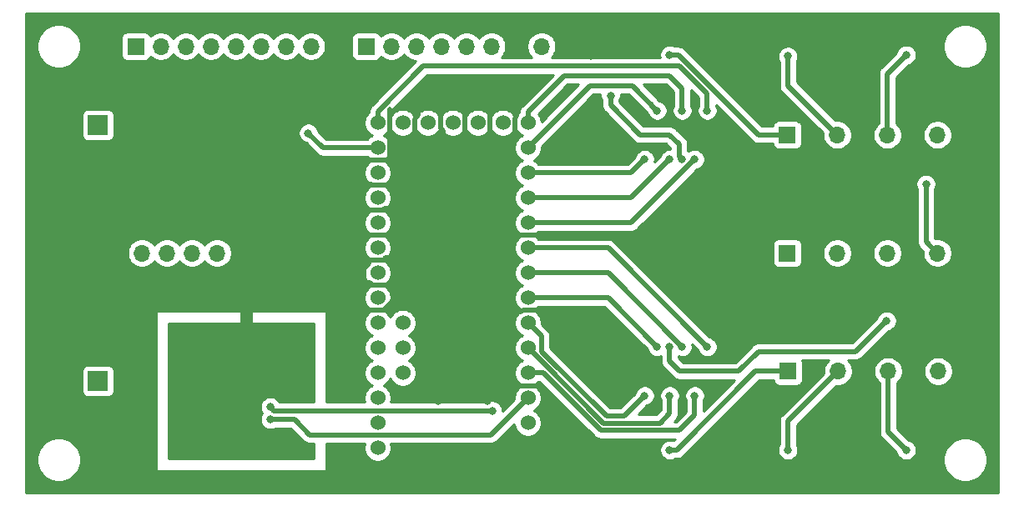
<source format=gbl>
G04 #@! TF.GenerationSoftware,KiCad,Pcbnew,5.1.5-52549c5~84~ubuntu18.04.1*
G04 #@! TF.CreationDate,2020-03-25T21:43:52-04:00*
G04 #@! TF.ProjectId,footswitch,666f6f74-7377-4697-9463-682e6b696361,rev?*
G04 #@! TF.SameCoordinates,Original*
G04 #@! TF.FileFunction,Copper,L2,Bot*
G04 #@! TF.FilePolarity,Positive*
%FSLAX46Y46*%
G04 Gerber Fmt 4.6, Leading zero omitted, Abs format (unit mm)*
G04 Created by KiCad (PCBNEW 5.1.5-52549c5~84~ubuntu18.04.1) date 2020-03-25 21:43:52*
%MOMM*%
%LPD*%
G04 APERTURE LIST*
%ADD10C,1.524000*%
%ADD11O,1.700000X1.700000*%
%ADD12R,1.700000X1.700000*%
%ADD13C,2.000000*%
%ADD14R,2.000000X2.000000*%
%ADD15C,0.800000*%
%ADD16C,0.508000*%
%ADD17C,1.270000*%
%ADD18C,0.254000*%
G04 APERTURE END LIST*
D10*
X58920000Y-52080000D03*
X58920000Y-54620000D03*
X58920000Y-57160000D03*
X71620000Y-64780000D03*
X71620000Y-62240000D03*
X71620000Y-59700000D03*
X71620000Y-57160000D03*
X71620000Y-54620000D03*
X71620000Y-52080000D03*
X71620000Y-49540000D03*
X71620000Y-47000000D03*
X71620000Y-44460000D03*
X71620000Y-41920000D03*
X71620000Y-39380000D03*
X71620000Y-36840000D03*
X71620000Y-34300000D03*
X71620000Y-31760000D03*
X69080000Y-31760000D03*
X66540000Y-31760000D03*
X64000000Y-31760000D03*
X61460000Y-31760000D03*
X58920000Y-31760000D03*
X56380000Y-31760000D03*
X56380000Y-34300000D03*
X56380000Y-36840000D03*
X56380000Y-39380000D03*
X56380000Y-41920000D03*
X56380000Y-44460000D03*
X56380000Y-47000000D03*
X56380000Y-49540000D03*
X56380000Y-52080000D03*
X56380000Y-54620000D03*
X56380000Y-57160000D03*
X56380000Y-59700000D03*
X56380000Y-62240000D03*
X56380000Y-64780000D03*
D11*
X115700000Y-33000000D03*
X113160000Y-33000000D03*
X110620000Y-33000000D03*
X108080000Y-33000000D03*
X105540000Y-33000000D03*
X103000000Y-33000000D03*
X100460000Y-33000000D03*
D12*
X97920000Y-33000000D03*
D11*
X115700000Y-45000000D03*
X113160000Y-45000000D03*
X110620000Y-45000000D03*
X108080000Y-45000000D03*
X105540000Y-45000000D03*
X103000000Y-45000000D03*
X100460000Y-45000000D03*
D12*
X97920000Y-45000000D03*
D11*
X115780000Y-57000000D03*
X113240000Y-57000000D03*
X110700000Y-57000000D03*
X108160000Y-57000000D03*
X105620000Y-57000000D03*
X103080000Y-57000000D03*
X100540000Y-57000000D03*
D12*
X98000000Y-57000000D03*
D11*
X40080000Y-45000000D03*
X37540000Y-45000000D03*
X35000000Y-45000000D03*
X32460000Y-45000000D03*
X29920000Y-45000000D03*
D12*
X27380000Y-45000000D03*
D11*
X73000000Y-24000000D03*
X70460000Y-24000000D03*
X67920000Y-24000000D03*
X65380000Y-24000000D03*
X62840000Y-24000000D03*
X60300000Y-24000000D03*
X57760000Y-24000000D03*
D12*
X55220000Y-24000000D03*
D11*
X49620000Y-24000000D03*
X47080000Y-24000000D03*
X44540000Y-24000000D03*
X42000000Y-24000000D03*
X39460000Y-24000000D03*
X36920000Y-24000000D03*
X34380000Y-24000000D03*
D12*
X31840000Y-24000000D03*
D13*
X28000000Y-37000000D03*
D14*
X28000000Y-32000000D03*
D13*
X28000000Y-53000000D03*
D14*
X28000000Y-58000000D03*
D15*
X44000000Y-63000000D03*
X36000000Y-63000000D03*
X48000000Y-57000000D03*
X48194990Y-32000000D03*
X38000000Y-40000000D03*
X41000000Y-39000000D03*
X48000000Y-40000000D03*
X51000000Y-39000000D03*
X38000000Y-32000000D03*
X41000000Y-31000000D03*
X78000000Y-65000000D03*
X80000000Y-58000000D03*
X90000000Y-59500000D03*
X90000000Y-65000000D03*
X67500000Y-37500000D03*
X60000000Y-37500000D03*
X60000000Y-45000000D03*
X67500000Y-45000000D03*
X67500000Y-52500000D03*
X67500000Y-60000000D03*
X62500000Y-60000000D03*
X62500000Y-52500000D03*
X76000000Y-51000000D03*
X76000000Y-53000000D03*
X76000000Y-55000000D03*
X76000000Y-35000000D03*
X76000000Y-32000000D03*
X75000000Y-29000000D03*
X102000000Y-65000000D03*
X102000000Y-61000000D03*
X96000000Y-50000000D03*
X108000000Y-50000000D03*
X63000000Y-28000000D03*
X66000000Y-28000000D03*
X69000000Y-28000000D03*
X72000000Y-28000000D03*
X56000000Y-28000000D03*
X54000000Y-30000000D03*
X36000000Y-54000000D03*
X48000000Y-53000000D03*
X96000000Y-38000000D03*
X108000000Y-38000000D03*
X102000000Y-29000000D03*
X90000000Y-25000000D03*
X78000000Y-25000000D03*
X102000000Y-25000000D03*
X108000000Y-51875000D03*
X86000000Y-54525000D03*
X80000000Y-29000000D03*
X87270000Y-35475000D03*
X49343054Y-32811992D03*
X86000000Y-65000000D03*
X98000000Y-25000000D03*
X110000000Y-24875000D03*
X98000000Y-65000000D03*
X112000000Y-38000000D03*
X86000000Y-24875000D03*
X110000000Y-65000000D03*
X68000000Y-61000000D03*
X45475000Y-60635000D03*
X45475000Y-61905000D03*
X83460000Y-59475000D03*
X86000000Y-59475000D03*
X88540000Y-59475000D03*
X84730000Y-54525000D03*
X89810000Y-54525000D03*
X87270000Y-54525000D03*
X83460000Y-35475000D03*
X86000000Y-35475000D03*
X88540000Y-35475000D03*
X89810000Y-30525000D03*
X87270000Y-30525000D03*
X84730000Y-30525000D03*
D16*
X70500000Y-28000000D02*
X70500000Y-28500000D01*
X72203681Y-58483999D02*
X70016001Y-58483999D01*
X73000000Y-58500000D02*
X72219682Y-58500000D01*
X72219682Y-58500000D02*
X72203681Y-58483999D01*
X71144317Y-50756001D02*
X73256001Y-50756001D01*
X69000000Y-51000000D02*
X70900318Y-51000000D01*
X70900318Y-51000000D02*
X71144317Y-50756001D01*
X73256001Y-50756001D02*
X73500000Y-51000000D01*
D17*
X43000000Y-53000000D02*
X43000000Y-50000000D01*
D16*
X70296001Y-31284317D02*
X70296001Y-33203999D01*
X70500000Y-28500000D02*
X70500000Y-31080318D01*
X70500000Y-31080318D02*
X70296001Y-31284317D01*
X70296001Y-33203999D02*
X69500000Y-34000000D01*
X69500000Y-34000000D02*
X68500000Y-34000000D01*
X67756001Y-33256001D02*
X67756001Y-29743999D01*
X68500000Y-34000000D02*
X67756001Y-33256001D01*
X67756001Y-29743999D02*
X67012002Y-29000000D01*
X67012002Y-29000000D02*
X66000000Y-29000000D01*
X65216001Y-29783999D02*
X65216001Y-33716001D01*
X66000000Y-29000000D02*
X65216001Y-29783999D01*
X65216001Y-33716001D02*
X64432002Y-34500000D01*
X64432002Y-34500000D02*
X63000000Y-34500000D01*
X62783999Y-32343681D02*
X62783999Y-29216001D01*
X63000000Y-34500000D02*
X63000000Y-32559682D01*
X63000000Y-32559682D02*
X62783999Y-32343681D01*
X62783999Y-29216001D02*
X62500000Y-29500000D01*
X62500000Y-29500000D02*
X60500000Y-29500000D01*
X60136001Y-31363999D02*
X60136001Y-34363999D01*
X60500000Y-29500000D02*
X60500000Y-31000000D01*
X60500000Y-31000000D02*
X60136001Y-31363999D01*
X58983999Y-35516001D02*
X54516001Y-35516001D01*
X60136001Y-34363999D02*
X58983999Y-35516001D01*
X54516001Y-35516001D02*
X54500000Y-35532002D01*
X54500000Y-35532002D02*
X54500000Y-36759682D01*
X54500000Y-36759682D02*
X54500000Y-38000000D01*
X55796319Y-38056001D02*
X58556001Y-38056001D01*
X54500000Y-38000000D02*
X55740318Y-38000000D01*
X55740318Y-38000000D02*
X55796319Y-38056001D01*
X58556001Y-38056001D02*
X58500000Y-38112002D01*
X58500000Y-38112002D02*
X58500000Y-40500000D01*
X56963681Y-40596001D02*
X54596001Y-40596001D01*
X58500000Y-40500000D02*
X57059682Y-40500000D01*
X57059682Y-40500000D02*
X56963681Y-40596001D01*
X54596001Y-40596001D02*
X54596001Y-42903999D01*
X54828003Y-43136001D02*
X58363999Y-43136001D01*
X54596001Y-42903999D02*
X54828003Y-43136001D01*
X58363999Y-43136001D02*
X58500000Y-43272002D01*
X58500000Y-43272002D02*
X58500000Y-45500000D01*
X56963681Y-45676001D02*
X55176001Y-45676001D01*
X58500000Y-45500000D02*
X57139682Y-45500000D01*
X57139682Y-45500000D02*
X56963681Y-45676001D01*
X55500000Y-46080318D02*
X55000000Y-46580318D01*
X55176001Y-45676001D02*
X55500000Y-46000000D01*
X55500000Y-46000000D02*
X55500000Y-46080318D01*
X55000000Y-46580318D02*
X55000000Y-48000000D01*
X55000000Y-48000000D02*
X55580318Y-48000000D01*
X55796319Y-48216001D02*
X58216001Y-48216001D01*
X55580318Y-48000000D02*
X55796319Y-48216001D01*
X58216001Y-48216001D02*
X58000000Y-48432002D01*
X56963681Y-50756001D02*
X55243999Y-50756001D01*
X58000000Y-48432002D02*
X58000000Y-49719682D01*
X58000000Y-49719682D02*
X56963681Y-50756001D01*
X55243999Y-50756001D02*
X55000000Y-51000000D01*
X69500000Y-34000000D02*
X69500000Y-43000000D01*
X69636001Y-43136001D02*
X73636001Y-43136001D01*
X69500000Y-43000000D02*
X69636001Y-43136001D01*
X73636001Y-43136001D02*
X74000000Y-43500000D01*
X69500000Y-34000000D02*
X69500000Y-35500000D01*
X69500000Y-35500000D02*
X67500000Y-37500000D01*
X60000000Y-37500000D02*
X60000000Y-45000000D01*
X60000000Y-45000000D02*
X67500000Y-45000000D01*
X62500000Y-60000000D02*
X62500000Y-52500000D01*
X62783999Y-30216001D02*
X63000000Y-30000000D01*
X57596001Y-35096001D02*
X57596001Y-30403999D01*
X60000000Y-37500000D02*
X57596001Y-35096001D01*
X76000000Y-51000000D02*
X76000000Y-53000000D01*
X76000000Y-35000000D02*
X76000000Y-32000000D01*
X63000000Y-28000000D02*
X66000000Y-28000000D01*
X69000000Y-28000000D02*
X72000000Y-28000000D01*
X56000000Y-28000000D02*
X54000000Y-30000000D01*
X48000000Y-57000000D02*
X48000000Y-53000000D01*
X93000000Y-57000000D02*
X87000000Y-57000000D01*
X95000000Y-55000000D02*
X93000000Y-57000000D01*
X86000000Y-56000000D02*
X87000000Y-57000000D01*
X86000000Y-54525000D02*
X86000000Y-56000000D01*
X104875000Y-55000000D02*
X108000000Y-51875000D01*
X95000000Y-55000000D02*
X104875000Y-55000000D01*
X83000000Y-33000000D02*
X86000000Y-33000000D01*
X80000000Y-30000000D02*
X83000000Y-33000000D01*
X80000000Y-29000000D02*
X80000000Y-30000000D01*
X86970000Y-33970000D02*
X86000000Y-33000000D01*
X86970000Y-35175000D02*
X86970000Y-33970000D01*
X87270000Y-35475000D02*
X86970000Y-35175000D01*
X56380000Y-34300000D02*
X50831062Y-34300000D01*
X50831062Y-34300000D02*
X49343054Y-32811992D01*
X86000000Y-65000000D02*
X86700000Y-65000000D01*
X94700000Y-57000000D02*
X98000000Y-57000000D01*
X86700000Y-65000000D02*
X94700000Y-57000000D01*
X98000000Y-28000000D02*
X103000000Y-33000000D01*
X98000000Y-25000000D02*
X98000000Y-28000000D01*
X108080000Y-33000000D02*
X108080000Y-26795000D01*
X108080000Y-26795000D02*
X110000000Y-24875000D01*
X98000000Y-62080000D02*
X103080000Y-57000000D01*
X98000000Y-65000000D02*
X98000000Y-62080000D01*
X112000000Y-43840000D02*
X113160000Y-45000000D01*
X112000000Y-38000000D02*
X112000000Y-43840000D01*
X86876277Y-24875000D02*
X86000000Y-24875000D01*
X95001277Y-33000000D02*
X86876277Y-24875000D01*
X97920000Y-33000000D02*
X95001277Y-33000000D01*
X108160000Y-57000000D02*
X108160000Y-63160000D01*
X108160000Y-63160000D02*
X110000000Y-65000000D01*
X68000000Y-61000000D02*
X45840000Y-61000000D01*
X45840000Y-61000000D02*
X45475000Y-60635000D01*
X71620000Y-59700000D02*
X67863999Y-63456001D01*
X49456001Y-63456001D02*
X48000000Y-62000000D01*
X67863999Y-63456001D02*
X49456001Y-63456001D01*
X47905000Y-61905000D02*
X48000000Y-62000000D01*
X45475000Y-61905000D02*
X47905000Y-61905000D01*
X81351020Y-61583980D02*
X83460000Y-59475000D01*
X79586532Y-61583980D02*
X81351020Y-61583980D01*
X73000638Y-54998086D02*
X79586532Y-61583980D01*
X73000638Y-53460638D02*
X73000638Y-54998086D01*
X71620000Y-52080000D02*
X73000638Y-53460638D01*
X73001276Y-56000000D02*
X79293266Y-62291990D01*
X73000000Y-56000000D02*
X73001276Y-56000000D01*
X71620000Y-54620000D02*
X73000000Y-56000000D01*
X85000000Y-62291990D02*
X79293266Y-62291990D01*
X86000000Y-61291990D02*
X85000000Y-62291990D01*
X86000000Y-59475000D02*
X86000000Y-61291990D01*
X88540000Y-59475000D02*
X88540000Y-61460000D01*
X88540000Y-61460000D02*
X87000000Y-63000000D01*
X73160000Y-57160000D02*
X79000000Y-63000000D01*
X79000000Y-63000000D02*
X87000000Y-63000000D01*
X71620000Y-57160000D02*
X73160000Y-57160000D01*
X71620000Y-49540000D02*
X79745000Y-49540000D01*
X79745000Y-49540000D02*
X84730000Y-54525000D01*
X71620000Y-44460000D02*
X79745000Y-44460000D01*
X79745000Y-44460000D02*
X89810000Y-54525000D01*
X71620000Y-47000000D02*
X79745000Y-47000000D01*
X79745000Y-47000000D02*
X87270000Y-54525000D01*
X71620000Y-36840000D02*
X82095000Y-36840000D01*
X82095000Y-36840000D02*
X83460000Y-35475000D01*
X71620000Y-39380000D02*
X82095000Y-39380000D01*
X82095000Y-39380000D02*
X86000000Y-35475000D01*
X71620000Y-41920000D02*
X82095000Y-41920000D01*
X82095000Y-41920000D02*
X88540000Y-35475000D01*
X56380000Y-30618723D02*
X60998723Y-26000000D01*
X56380000Y-31760000D02*
X56380000Y-30618723D01*
X87000000Y-26000000D02*
X89810000Y-28810000D01*
X89810000Y-28810000D02*
X89810000Y-30525000D01*
X60998723Y-26000000D02*
X87000000Y-26000000D01*
X71620000Y-30682370D02*
X75302370Y-27000000D01*
X71620000Y-31760000D02*
X71620000Y-30682370D01*
X75302370Y-27000000D02*
X86000000Y-27000000D01*
X86000000Y-27000000D02*
X87270000Y-28270000D01*
X87270000Y-28270000D02*
X87270000Y-30525000D01*
X82205000Y-28000000D02*
X82000000Y-28000000D01*
X84730000Y-30525000D02*
X82205000Y-28000000D01*
X71620000Y-34300000D02*
X77920000Y-28000000D01*
X84000000Y-29795000D02*
X84730000Y-30525000D01*
X82205000Y-28000000D02*
X77920000Y-28000000D01*
D18*
G36*
X49873000Y-60111000D02*
G01*
X46369658Y-60111000D01*
X46278937Y-59975226D01*
X46134774Y-59831063D01*
X45965256Y-59717795D01*
X45776898Y-59639774D01*
X45576939Y-59600000D01*
X45373061Y-59600000D01*
X45173102Y-59639774D01*
X44984744Y-59717795D01*
X44815226Y-59831063D01*
X44671063Y-59975226D01*
X44557795Y-60144744D01*
X44479774Y-60333102D01*
X44440000Y-60533061D01*
X44440000Y-60736939D01*
X44479774Y-60936898D01*
X44557795Y-61125256D01*
X44654510Y-61270000D01*
X44557795Y-61414744D01*
X44479774Y-61603102D01*
X44440000Y-61803061D01*
X44440000Y-62006939D01*
X44479774Y-62206898D01*
X44557795Y-62395256D01*
X44671063Y-62564774D01*
X44815226Y-62708937D01*
X44984744Y-62822205D01*
X45173102Y-62900226D01*
X45373061Y-62940000D01*
X45576939Y-62940000D01*
X45776898Y-62900226D01*
X45965256Y-62822205D01*
X46007468Y-62794000D01*
X47536765Y-62794000D01*
X48796502Y-64053737D01*
X48824342Y-64087660D01*
X48959710Y-64198754D01*
X49114150Y-64281304D01*
X49180059Y-64301297D01*
X49281725Y-64332137D01*
X49314925Y-64335407D01*
X49412334Y-64345001D01*
X49412340Y-64345001D01*
X49456000Y-64349301D01*
X49499660Y-64345001D01*
X49873000Y-64345001D01*
X49873000Y-65873000D01*
X35127000Y-65873000D01*
X35127000Y-52127000D01*
X49873000Y-52127000D01*
X49873000Y-60111000D01*
G37*
X49873000Y-60111000D02*
X46369658Y-60111000D01*
X46278937Y-59975226D01*
X46134774Y-59831063D01*
X45965256Y-59717795D01*
X45776898Y-59639774D01*
X45576939Y-59600000D01*
X45373061Y-59600000D01*
X45173102Y-59639774D01*
X44984744Y-59717795D01*
X44815226Y-59831063D01*
X44671063Y-59975226D01*
X44557795Y-60144744D01*
X44479774Y-60333102D01*
X44440000Y-60533061D01*
X44440000Y-60736939D01*
X44479774Y-60936898D01*
X44557795Y-61125256D01*
X44654510Y-61270000D01*
X44557795Y-61414744D01*
X44479774Y-61603102D01*
X44440000Y-61803061D01*
X44440000Y-62006939D01*
X44479774Y-62206898D01*
X44557795Y-62395256D01*
X44671063Y-62564774D01*
X44815226Y-62708937D01*
X44984744Y-62822205D01*
X45173102Y-62900226D01*
X45373061Y-62940000D01*
X45576939Y-62940000D01*
X45776898Y-62900226D01*
X45965256Y-62822205D01*
X46007468Y-62794000D01*
X47536765Y-62794000D01*
X48796502Y-64053737D01*
X48824342Y-64087660D01*
X48959710Y-64198754D01*
X49114150Y-64281304D01*
X49180059Y-64301297D01*
X49281725Y-64332137D01*
X49314925Y-64335407D01*
X49412334Y-64345001D01*
X49412340Y-64345001D01*
X49456000Y-64349301D01*
X49499660Y-64345001D01*
X49873000Y-64345001D01*
X49873000Y-65873000D01*
X35127000Y-65873000D01*
X35127000Y-52127000D01*
X49873000Y-52127000D01*
X49873000Y-60111000D01*
G36*
X119340001Y-69340000D02*
G01*
X51127000Y-69340000D01*
X51127000Y-64345001D01*
X55048081Y-64345001D01*
X55036686Y-64372510D01*
X54983000Y-64642408D01*
X54983000Y-64917592D01*
X55036686Y-65187490D01*
X55141995Y-65441727D01*
X55294880Y-65670535D01*
X55489465Y-65865120D01*
X55718273Y-66018005D01*
X55972510Y-66123314D01*
X56242408Y-66177000D01*
X56517592Y-66177000D01*
X56787490Y-66123314D01*
X57041727Y-66018005D01*
X57270535Y-65865120D01*
X57465120Y-65670535D01*
X57618005Y-65441727D01*
X57723314Y-65187490D01*
X57777000Y-64917592D01*
X57777000Y-64642408D01*
X57723314Y-64372510D01*
X57711919Y-64345001D01*
X67820339Y-64345001D01*
X67863999Y-64349301D01*
X67907659Y-64345001D01*
X67907666Y-64345001D01*
X68038273Y-64332137D01*
X68205850Y-64281304D01*
X68360290Y-64198754D01*
X68495658Y-64087660D01*
X68523498Y-64053737D01*
X70223000Y-62354235D01*
X70223000Y-62377592D01*
X70276686Y-62647490D01*
X70381995Y-62901727D01*
X70534880Y-63130535D01*
X70729465Y-63325120D01*
X70958273Y-63478005D01*
X71212510Y-63583314D01*
X71482408Y-63637000D01*
X71757592Y-63637000D01*
X72027490Y-63583314D01*
X72281727Y-63478005D01*
X72510535Y-63325120D01*
X72705120Y-63130535D01*
X72858005Y-62901727D01*
X72963314Y-62647490D01*
X73017000Y-62377592D01*
X73017000Y-62102408D01*
X72963314Y-61832510D01*
X72858005Y-61578273D01*
X72705120Y-61349465D01*
X72510535Y-61154880D01*
X72281727Y-61001995D01*
X72204485Y-60970000D01*
X72281727Y-60938005D01*
X72510535Y-60785120D01*
X72705120Y-60590535D01*
X72858005Y-60361727D01*
X72963314Y-60107490D01*
X73017000Y-59837592D01*
X73017000Y-59562408D01*
X72963314Y-59292510D01*
X72858005Y-59038273D01*
X72705120Y-58809465D01*
X72510535Y-58614880D01*
X72281727Y-58461995D01*
X72204485Y-58430000D01*
X72281727Y-58398005D01*
X72510535Y-58245120D01*
X72705120Y-58050535D01*
X72706146Y-58049000D01*
X72791765Y-58049000D01*
X78340506Y-63597742D01*
X78368341Y-63631659D01*
X78503709Y-63742753D01*
X78658149Y-63825303D01*
X78724058Y-63845296D01*
X78825724Y-63876136D01*
X78858924Y-63879406D01*
X78956333Y-63889000D01*
X78956339Y-63889000D01*
X78999999Y-63893300D01*
X79043659Y-63889000D01*
X86553765Y-63889000D01*
X86398130Y-64044635D01*
X86301898Y-64004774D01*
X86101939Y-63965000D01*
X85898061Y-63965000D01*
X85698102Y-64004774D01*
X85509744Y-64082795D01*
X85340226Y-64196063D01*
X85196063Y-64340226D01*
X85082795Y-64509744D01*
X85004774Y-64698102D01*
X84965000Y-64898061D01*
X84965000Y-65101939D01*
X85004774Y-65301898D01*
X85082795Y-65490256D01*
X85196063Y-65659774D01*
X85340226Y-65803937D01*
X85509744Y-65917205D01*
X85698102Y-65995226D01*
X85898061Y-66035000D01*
X86101939Y-66035000D01*
X86301898Y-65995226D01*
X86490256Y-65917205D01*
X86532468Y-65889000D01*
X86656340Y-65889000D01*
X86700000Y-65893300D01*
X86743660Y-65889000D01*
X86743667Y-65889000D01*
X86874274Y-65876136D01*
X87041851Y-65825303D01*
X87196291Y-65742753D01*
X87331659Y-65631659D01*
X87359499Y-65597736D01*
X95068236Y-57889000D01*
X96515769Y-57889000D01*
X96524188Y-57974482D01*
X96560498Y-58094180D01*
X96619463Y-58204494D01*
X96698815Y-58301185D01*
X96795506Y-58380537D01*
X96905820Y-58439502D01*
X97025518Y-58475812D01*
X97150000Y-58488072D01*
X98850000Y-58488072D01*
X98974482Y-58475812D01*
X99094180Y-58439502D01*
X99204494Y-58380537D01*
X99301185Y-58301185D01*
X99380537Y-58204494D01*
X99439502Y-58094180D01*
X99475812Y-57974482D01*
X99488072Y-57850000D01*
X99488072Y-56150000D01*
X99475812Y-56025518D01*
X99439502Y-55905820D01*
X99430511Y-55889000D01*
X102090893Y-55889000D01*
X101926525Y-56053368D01*
X101764010Y-56296589D01*
X101652068Y-56566842D01*
X101595000Y-56853740D01*
X101595000Y-57146260D01*
X101608522Y-57214242D01*
X97402259Y-61420506D01*
X97368342Y-61448341D01*
X97340507Y-61482258D01*
X97340505Y-61482260D01*
X97257248Y-61583709D01*
X97174698Y-61738148D01*
X97123864Y-61905726D01*
X97106700Y-62080000D01*
X97111001Y-62123670D01*
X97111000Y-64467532D01*
X97082795Y-64509744D01*
X97004774Y-64698102D01*
X96965000Y-64898061D01*
X96965000Y-65101939D01*
X97004774Y-65301898D01*
X97082795Y-65490256D01*
X97196063Y-65659774D01*
X97340226Y-65803937D01*
X97509744Y-65917205D01*
X97698102Y-65995226D01*
X97898061Y-66035000D01*
X98101939Y-66035000D01*
X98301898Y-65995226D01*
X98490256Y-65917205D01*
X98659774Y-65803937D01*
X98803937Y-65659774D01*
X98917205Y-65490256D01*
X98995226Y-65301898D01*
X99035000Y-65101939D01*
X99035000Y-64898061D01*
X98995226Y-64698102D01*
X98917205Y-64509744D01*
X98889000Y-64467532D01*
X98889000Y-62448235D01*
X102865758Y-58471478D01*
X102933740Y-58485000D01*
X103226260Y-58485000D01*
X103513158Y-58427932D01*
X103783411Y-58315990D01*
X104026632Y-58153475D01*
X104233475Y-57946632D01*
X104395990Y-57703411D01*
X104507932Y-57433158D01*
X104565000Y-57146260D01*
X104565000Y-56853740D01*
X106675000Y-56853740D01*
X106675000Y-57146260D01*
X106732068Y-57433158D01*
X106844010Y-57703411D01*
X107006525Y-57946632D01*
X107213368Y-58153475D01*
X107271000Y-58191984D01*
X107271001Y-63116330D01*
X107266700Y-63160000D01*
X107283864Y-63334274D01*
X107334698Y-63501852D01*
X107417248Y-63656291D01*
X107488206Y-63742753D01*
X107528342Y-63791659D01*
X107562259Y-63819494D01*
X108994870Y-65252106D01*
X109004774Y-65301898D01*
X109082795Y-65490256D01*
X109196063Y-65659774D01*
X109340226Y-65803937D01*
X109509744Y-65917205D01*
X109698102Y-65995226D01*
X109898061Y-66035000D01*
X110101939Y-66035000D01*
X110301898Y-65995226D01*
X110490256Y-65917205D01*
X110659774Y-65803937D01*
X110683839Y-65779872D01*
X113765000Y-65779872D01*
X113765000Y-66220128D01*
X113850890Y-66651925D01*
X114019369Y-67058669D01*
X114263962Y-67424729D01*
X114575271Y-67736038D01*
X114941331Y-67980631D01*
X115348075Y-68149110D01*
X115779872Y-68235000D01*
X116220128Y-68235000D01*
X116651925Y-68149110D01*
X117058669Y-67980631D01*
X117424729Y-67736038D01*
X117736038Y-67424729D01*
X117980631Y-67058669D01*
X118149110Y-66651925D01*
X118235000Y-66220128D01*
X118235000Y-65779872D01*
X118149110Y-65348075D01*
X117980631Y-64941331D01*
X117736038Y-64575271D01*
X117424729Y-64263962D01*
X117058669Y-64019369D01*
X116651925Y-63850890D01*
X116220128Y-63765000D01*
X115779872Y-63765000D01*
X115348075Y-63850890D01*
X114941331Y-64019369D01*
X114575271Y-64263962D01*
X114263962Y-64575271D01*
X114019369Y-64941331D01*
X113850890Y-65348075D01*
X113765000Y-65779872D01*
X110683839Y-65779872D01*
X110803937Y-65659774D01*
X110917205Y-65490256D01*
X110995226Y-65301898D01*
X111035000Y-65101939D01*
X111035000Y-64898061D01*
X110995226Y-64698102D01*
X110917205Y-64509744D01*
X110803937Y-64340226D01*
X110659774Y-64196063D01*
X110490256Y-64082795D01*
X110301898Y-64004774D01*
X110252106Y-63994870D01*
X109049000Y-62791765D01*
X109049000Y-58191983D01*
X109106632Y-58153475D01*
X109313475Y-57946632D01*
X109475990Y-57703411D01*
X109587932Y-57433158D01*
X109645000Y-57146260D01*
X109645000Y-56853740D01*
X111755000Y-56853740D01*
X111755000Y-57146260D01*
X111812068Y-57433158D01*
X111924010Y-57703411D01*
X112086525Y-57946632D01*
X112293368Y-58153475D01*
X112536589Y-58315990D01*
X112806842Y-58427932D01*
X113093740Y-58485000D01*
X113386260Y-58485000D01*
X113673158Y-58427932D01*
X113943411Y-58315990D01*
X114186632Y-58153475D01*
X114393475Y-57946632D01*
X114555990Y-57703411D01*
X114667932Y-57433158D01*
X114725000Y-57146260D01*
X114725000Y-56853740D01*
X114667932Y-56566842D01*
X114555990Y-56296589D01*
X114393475Y-56053368D01*
X114186632Y-55846525D01*
X113943411Y-55684010D01*
X113673158Y-55572068D01*
X113386260Y-55515000D01*
X113093740Y-55515000D01*
X112806842Y-55572068D01*
X112536589Y-55684010D01*
X112293368Y-55846525D01*
X112086525Y-56053368D01*
X111924010Y-56296589D01*
X111812068Y-56566842D01*
X111755000Y-56853740D01*
X109645000Y-56853740D01*
X109587932Y-56566842D01*
X109475990Y-56296589D01*
X109313475Y-56053368D01*
X109106632Y-55846525D01*
X108863411Y-55684010D01*
X108593158Y-55572068D01*
X108306260Y-55515000D01*
X108013740Y-55515000D01*
X107726842Y-55572068D01*
X107456589Y-55684010D01*
X107213368Y-55846525D01*
X107006525Y-56053368D01*
X106844010Y-56296589D01*
X106732068Y-56566842D01*
X106675000Y-56853740D01*
X104565000Y-56853740D01*
X104507932Y-56566842D01*
X104395990Y-56296589D01*
X104233475Y-56053368D01*
X104069107Y-55889000D01*
X104831340Y-55889000D01*
X104875000Y-55893300D01*
X104918660Y-55889000D01*
X104918667Y-55889000D01*
X105049274Y-55876136D01*
X105216851Y-55825303D01*
X105371291Y-55742753D01*
X105506659Y-55631659D01*
X105534499Y-55597736D01*
X108252105Y-52880130D01*
X108301898Y-52870226D01*
X108490256Y-52792205D01*
X108659774Y-52678937D01*
X108803937Y-52534774D01*
X108917205Y-52365256D01*
X108995226Y-52176898D01*
X109035000Y-51976939D01*
X109035000Y-51773061D01*
X108995226Y-51573102D01*
X108917205Y-51384744D01*
X108803937Y-51215226D01*
X108659774Y-51071063D01*
X108490256Y-50957795D01*
X108301898Y-50879774D01*
X108101939Y-50840000D01*
X107898061Y-50840000D01*
X107698102Y-50879774D01*
X107509744Y-50957795D01*
X107340226Y-51071063D01*
X107196063Y-51215226D01*
X107082795Y-51384744D01*
X107004774Y-51573102D01*
X106994870Y-51622895D01*
X104506765Y-54111000D01*
X95043659Y-54111000D01*
X94999999Y-54106700D01*
X94956339Y-54111000D01*
X94956333Y-54111000D01*
X94858924Y-54120594D01*
X94825724Y-54123864D01*
X94724058Y-54154704D01*
X94658149Y-54174697D01*
X94503709Y-54257247D01*
X94368341Y-54368341D01*
X94340506Y-54402258D01*
X92631765Y-56111000D01*
X87368236Y-56111000D01*
X86889000Y-55631765D01*
X86889000Y-55487461D01*
X86968102Y-55520226D01*
X87168061Y-55560000D01*
X87371939Y-55560000D01*
X87571898Y-55520226D01*
X87760256Y-55442205D01*
X87929774Y-55328937D01*
X88073937Y-55184774D01*
X88187205Y-55015256D01*
X88265226Y-54826898D01*
X88305000Y-54626939D01*
X88305000Y-54423061D01*
X88268792Y-54241027D01*
X88804870Y-54777106D01*
X88814774Y-54826898D01*
X88892795Y-55015256D01*
X89006063Y-55184774D01*
X89150226Y-55328937D01*
X89319744Y-55442205D01*
X89508102Y-55520226D01*
X89708061Y-55560000D01*
X89911939Y-55560000D01*
X90111898Y-55520226D01*
X90300256Y-55442205D01*
X90469774Y-55328937D01*
X90613937Y-55184774D01*
X90727205Y-55015256D01*
X90805226Y-54826898D01*
X90845000Y-54626939D01*
X90845000Y-54423061D01*
X90805226Y-54223102D01*
X90727205Y-54034744D01*
X90613937Y-53865226D01*
X90469774Y-53721063D01*
X90300256Y-53607795D01*
X90111898Y-53529774D01*
X90062106Y-53519870D01*
X80692236Y-44150000D01*
X96431928Y-44150000D01*
X96431928Y-45850000D01*
X96444188Y-45974482D01*
X96480498Y-46094180D01*
X96539463Y-46204494D01*
X96618815Y-46301185D01*
X96715506Y-46380537D01*
X96825820Y-46439502D01*
X96945518Y-46475812D01*
X97070000Y-46488072D01*
X98770000Y-46488072D01*
X98894482Y-46475812D01*
X99014180Y-46439502D01*
X99124494Y-46380537D01*
X99221185Y-46301185D01*
X99300537Y-46204494D01*
X99359502Y-46094180D01*
X99395812Y-45974482D01*
X99408072Y-45850000D01*
X99408072Y-44853740D01*
X101515000Y-44853740D01*
X101515000Y-45146260D01*
X101572068Y-45433158D01*
X101684010Y-45703411D01*
X101846525Y-45946632D01*
X102053368Y-46153475D01*
X102296589Y-46315990D01*
X102566842Y-46427932D01*
X102853740Y-46485000D01*
X103146260Y-46485000D01*
X103433158Y-46427932D01*
X103703411Y-46315990D01*
X103946632Y-46153475D01*
X104153475Y-45946632D01*
X104315990Y-45703411D01*
X104427932Y-45433158D01*
X104485000Y-45146260D01*
X104485000Y-44853740D01*
X106595000Y-44853740D01*
X106595000Y-45146260D01*
X106652068Y-45433158D01*
X106764010Y-45703411D01*
X106926525Y-45946632D01*
X107133368Y-46153475D01*
X107376589Y-46315990D01*
X107646842Y-46427932D01*
X107933740Y-46485000D01*
X108226260Y-46485000D01*
X108513158Y-46427932D01*
X108783411Y-46315990D01*
X109026632Y-46153475D01*
X109233475Y-45946632D01*
X109395990Y-45703411D01*
X109507932Y-45433158D01*
X109565000Y-45146260D01*
X109565000Y-44853740D01*
X109507932Y-44566842D01*
X109395990Y-44296589D01*
X109233475Y-44053368D01*
X109026632Y-43846525D01*
X108783411Y-43684010D01*
X108513158Y-43572068D01*
X108226260Y-43515000D01*
X107933740Y-43515000D01*
X107646842Y-43572068D01*
X107376589Y-43684010D01*
X107133368Y-43846525D01*
X106926525Y-44053368D01*
X106764010Y-44296589D01*
X106652068Y-44566842D01*
X106595000Y-44853740D01*
X104485000Y-44853740D01*
X104427932Y-44566842D01*
X104315990Y-44296589D01*
X104153475Y-44053368D01*
X103946632Y-43846525D01*
X103703411Y-43684010D01*
X103433158Y-43572068D01*
X103146260Y-43515000D01*
X102853740Y-43515000D01*
X102566842Y-43572068D01*
X102296589Y-43684010D01*
X102053368Y-43846525D01*
X101846525Y-44053368D01*
X101684010Y-44296589D01*
X101572068Y-44566842D01*
X101515000Y-44853740D01*
X99408072Y-44853740D01*
X99408072Y-44150000D01*
X99395812Y-44025518D01*
X99359502Y-43905820D01*
X99300537Y-43795506D01*
X99221185Y-43698815D01*
X99124494Y-43619463D01*
X99014180Y-43560498D01*
X98894482Y-43524188D01*
X98770000Y-43511928D01*
X97070000Y-43511928D01*
X96945518Y-43524188D01*
X96825820Y-43560498D01*
X96715506Y-43619463D01*
X96618815Y-43698815D01*
X96539463Y-43795506D01*
X96480498Y-43905820D01*
X96444188Y-44025518D01*
X96431928Y-44150000D01*
X80692236Y-44150000D01*
X80404499Y-43862264D01*
X80376659Y-43828341D01*
X80241291Y-43717247D01*
X80086851Y-43634697D01*
X79919274Y-43583864D01*
X79788667Y-43571000D01*
X79788660Y-43571000D01*
X79745000Y-43566700D01*
X79701340Y-43571000D01*
X72706146Y-43571000D01*
X72705120Y-43569465D01*
X72510535Y-43374880D01*
X72281727Y-43221995D01*
X72204485Y-43190000D01*
X72281727Y-43158005D01*
X72510535Y-43005120D01*
X72705120Y-42810535D01*
X72706146Y-42809000D01*
X82051340Y-42809000D01*
X82095000Y-42813300D01*
X82138660Y-42809000D01*
X82138667Y-42809000D01*
X82269274Y-42796136D01*
X82436851Y-42745303D01*
X82591291Y-42662753D01*
X82726659Y-42551659D01*
X82754499Y-42517736D01*
X87374174Y-37898061D01*
X110965000Y-37898061D01*
X110965000Y-38101939D01*
X111004774Y-38301898D01*
X111082795Y-38490256D01*
X111111000Y-38532468D01*
X111111001Y-43796330D01*
X111106700Y-43840000D01*
X111123864Y-44014274D01*
X111174698Y-44181852D01*
X111230220Y-44285726D01*
X111257248Y-44336291D01*
X111368342Y-44471659D01*
X111402259Y-44499494D01*
X111688523Y-44785758D01*
X111675000Y-44853740D01*
X111675000Y-45146260D01*
X111732068Y-45433158D01*
X111844010Y-45703411D01*
X112006525Y-45946632D01*
X112213368Y-46153475D01*
X112456589Y-46315990D01*
X112726842Y-46427932D01*
X113013740Y-46485000D01*
X113306260Y-46485000D01*
X113593158Y-46427932D01*
X113863411Y-46315990D01*
X114106632Y-46153475D01*
X114313475Y-45946632D01*
X114475990Y-45703411D01*
X114587932Y-45433158D01*
X114645000Y-45146260D01*
X114645000Y-44853740D01*
X114587932Y-44566842D01*
X114475990Y-44296589D01*
X114313475Y-44053368D01*
X114106632Y-43846525D01*
X113863411Y-43684010D01*
X113593158Y-43572068D01*
X113306260Y-43515000D01*
X113013740Y-43515000D01*
X112945758Y-43528523D01*
X112889000Y-43471765D01*
X112889000Y-38532468D01*
X112917205Y-38490256D01*
X112995226Y-38301898D01*
X113035000Y-38101939D01*
X113035000Y-37898061D01*
X112995226Y-37698102D01*
X112917205Y-37509744D01*
X112803937Y-37340226D01*
X112659774Y-37196063D01*
X112490256Y-37082795D01*
X112301898Y-37004774D01*
X112101939Y-36965000D01*
X111898061Y-36965000D01*
X111698102Y-37004774D01*
X111509744Y-37082795D01*
X111340226Y-37196063D01*
X111196063Y-37340226D01*
X111082795Y-37509744D01*
X111004774Y-37698102D01*
X110965000Y-37898061D01*
X87374174Y-37898061D01*
X88792105Y-36480130D01*
X88841898Y-36470226D01*
X89030256Y-36392205D01*
X89199774Y-36278937D01*
X89343937Y-36134774D01*
X89457205Y-35965256D01*
X89535226Y-35776898D01*
X89575000Y-35576939D01*
X89575000Y-35373061D01*
X89535226Y-35173102D01*
X89457205Y-34984744D01*
X89343937Y-34815226D01*
X89199774Y-34671063D01*
X89030256Y-34557795D01*
X88841898Y-34479774D01*
X88641939Y-34440000D01*
X88438061Y-34440000D01*
X88238102Y-34479774D01*
X88049744Y-34557795D01*
X87905000Y-34654510D01*
X87859000Y-34623773D01*
X87859000Y-34013659D01*
X87863300Y-33969999D01*
X87859000Y-33926339D01*
X87859000Y-33926333D01*
X87846136Y-33795726D01*
X87846136Y-33795724D01*
X87807495Y-33668341D01*
X87795303Y-33628149D01*
X87712753Y-33473709D01*
X87601659Y-33338341D01*
X87567741Y-33310505D01*
X86659499Y-32402264D01*
X86631659Y-32368341D01*
X86496291Y-32257247D01*
X86341851Y-32174697D01*
X86174274Y-32123864D01*
X86043667Y-32111000D01*
X86043660Y-32111000D01*
X86000000Y-32106700D01*
X85956340Y-32111000D01*
X83368236Y-32111000D01*
X80889000Y-29631765D01*
X80889000Y-29532468D01*
X80917205Y-29490256D01*
X80995226Y-29301898D01*
X81035000Y-29101939D01*
X81035000Y-28898061D01*
X81033198Y-28889000D01*
X81836765Y-28889000D01*
X83724870Y-30777105D01*
X83734774Y-30826898D01*
X83812795Y-31015256D01*
X83926063Y-31184774D01*
X84070226Y-31328937D01*
X84239744Y-31442205D01*
X84428102Y-31520226D01*
X84628061Y-31560000D01*
X84831939Y-31560000D01*
X85031898Y-31520226D01*
X85220256Y-31442205D01*
X85389774Y-31328937D01*
X85533937Y-31184774D01*
X85647205Y-31015256D01*
X85725226Y-30826898D01*
X85765000Y-30626939D01*
X85765000Y-30423061D01*
X85725226Y-30223102D01*
X85647205Y-30034744D01*
X85533937Y-29865226D01*
X85389774Y-29721063D01*
X85220256Y-29607795D01*
X85031898Y-29529774D01*
X84982105Y-29519870D01*
X83351235Y-27889000D01*
X85631765Y-27889000D01*
X86381000Y-28638236D01*
X86381001Y-29992531D01*
X86352795Y-30034744D01*
X86274774Y-30223102D01*
X86235000Y-30423061D01*
X86235000Y-30626939D01*
X86274774Y-30826898D01*
X86352795Y-31015256D01*
X86466063Y-31184774D01*
X86610226Y-31328937D01*
X86779744Y-31442205D01*
X86968102Y-31520226D01*
X87168061Y-31560000D01*
X87371939Y-31560000D01*
X87571898Y-31520226D01*
X87760256Y-31442205D01*
X87929774Y-31328937D01*
X88073937Y-31184774D01*
X88187205Y-31015256D01*
X88265226Y-30826898D01*
X88305000Y-30626939D01*
X88305000Y-30423061D01*
X88265226Y-30223102D01*
X88187205Y-30034744D01*
X88159000Y-29992532D01*
X88159000Y-28416236D01*
X88921000Y-29178236D01*
X88921001Y-29992531D01*
X88892795Y-30034744D01*
X88814774Y-30223102D01*
X88775000Y-30423061D01*
X88775000Y-30626939D01*
X88814774Y-30826898D01*
X88892795Y-31015256D01*
X89006063Y-31184774D01*
X89150226Y-31328937D01*
X89319744Y-31442205D01*
X89508102Y-31520226D01*
X89708061Y-31560000D01*
X89911939Y-31560000D01*
X90111898Y-31520226D01*
X90300256Y-31442205D01*
X90469774Y-31328937D01*
X90613937Y-31184774D01*
X90727205Y-31015256D01*
X90805226Y-30826898D01*
X90845000Y-30626939D01*
X90845000Y-30423061D01*
X90805226Y-30223102D01*
X90727205Y-30034744D01*
X90699000Y-29992532D01*
X90699000Y-29954959D01*
X94341781Y-33597740D01*
X94369618Y-33631659D01*
X94504986Y-33742753D01*
X94659426Y-33825303D01*
X94725335Y-33845296D01*
X94827001Y-33876136D01*
X94860201Y-33879406D01*
X94957610Y-33889000D01*
X94957616Y-33889000D01*
X95001276Y-33893300D01*
X95044936Y-33889000D01*
X96435769Y-33889000D01*
X96444188Y-33974482D01*
X96480498Y-34094180D01*
X96539463Y-34204494D01*
X96618815Y-34301185D01*
X96715506Y-34380537D01*
X96825820Y-34439502D01*
X96945518Y-34475812D01*
X97070000Y-34488072D01*
X98770000Y-34488072D01*
X98894482Y-34475812D01*
X99014180Y-34439502D01*
X99124494Y-34380537D01*
X99221185Y-34301185D01*
X99300537Y-34204494D01*
X99359502Y-34094180D01*
X99395812Y-33974482D01*
X99408072Y-33850000D01*
X99408072Y-32150000D01*
X99395812Y-32025518D01*
X99359502Y-31905820D01*
X99300537Y-31795506D01*
X99221185Y-31698815D01*
X99124494Y-31619463D01*
X99014180Y-31560498D01*
X98894482Y-31524188D01*
X98770000Y-31511928D01*
X97070000Y-31511928D01*
X96945518Y-31524188D01*
X96825820Y-31560498D01*
X96715506Y-31619463D01*
X96618815Y-31698815D01*
X96539463Y-31795506D01*
X96480498Y-31905820D01*
X96444188Y-32025518D01*
X96435769Y-32111000D01*
X95369513Y-32111000D01*
X88156574Y-24898061D01*
X96965000Y-24898061D01*
X96965000Y-25101939D01*
X97004774Y-25301898D01*
X97082795Y-25490256D01*
X97111000Y-25532468D01*
X97111001Y-27956330D01*
X97106700Y-28000000D01*
X97123864Y-28174274D01*
X97174698Y-28341852D01*
X97174699Y-28341853D01*
X97257248Y-28496291D01*
X97368342Y-28631659D01*
X97402259Y-28659494D01*
X101528522Y-32785758D01*
X101515000Y-32853740D01*
X101515000Y-33146260D01*
X101572068Y-33433158D01*
X101684010Y-33703411D01*
X101846525Y-33946632D01*
X102053368Y-34153475D01*
X102296589Y-34315990D01*
X102566842Y-34427932D01*
X102853740Y-34485000D01*
X103146260Y-34485000D01*
X103433158Y-34427932D01*
X103703411Y-34315990D01*
X103946632Y-34153475D01*
X104153475Y-33946632D01*
X104315990Y-33703411D01*
X104427932Y-33433158D01*
X104485000Y-33146260D01*
X104485000Y-32853740D01*
X106595000Y-32853740D01*
X106595000Y-33146260D01*
X106652068Y-33433158D01*
X106764010Y-33703411D01*
X106926525Y-33946632D01*
X107133368Y-34153475D01*
X107376589Y-34315990D01*
X107646842Y-34427932D01*
X107933740Y-34485000D01*
X108226260Y-34485000D01*
X108513158Y-34427932D01*
X108783411Y-34315990D01*
X109026632Y-34153475D01*
X109233475Y-33946632D01*
X109395990Y-33703411D01*
X109507932Y-33433158D01*
X109565000Y-33146260D01*
X109565000Y-32853740D01*
X111675000Y-32853740D01*
X111675000Y-33146260D01*
X111732068Y-33433158D01*
X111844010Y-33703411D01*
X112006525Y-33946632D01*
X112213368Y-34153475D01*
X112456589Y-34315990D01*
X112726842Y-34427932D01*
X113013740Y-34485000D01*
X113306260Y-34485000D01*
X113593158Y-34427932D01*
X113863411Y-34315990D01*
X114106632Y-34153475D01*
X114313475Y-33946632D01*
X114475990Y-33703411D01*
X114587932Y-33433158D01*
X114645000Y-33146260D01*
X114645000Y-32853740D01*
X114587932Y-32566842D01*
X114475990Y-32296589D01*
X114313475Y-32053368D01*
X114106632Y-31846525D01*
X113863411Y-31684010D01*
X113593158Y-31572068D01*
X113306260Y-31515000D01*
X113013740Y-31515000D01*
X112726842Y-31572068D01*
X112456589Y-31684010D01*
X112213368Y-31846525D01*
X112006525Y-32053368D01*
X111844010Y-32296589D01*
X111732068Y-32566842D01*
X111675000Y-32853740D01*
X109565000Y-32853740D01*
X109507932Y-32566842D01*
X109395990Y-32296589D01*
X109233475Y-32053368D01*
X109026632Y-31846525D01*
X108969000Y-31808017D01*
X108969000Y-27163235D01*
X110252106Y-25880130D01*
X110301898Y-25870226D01*
X110490256Y-25792205D01*
X110659774Y-25678937D01*
X110803937Y-25534774D01*
X110917205Y-25365256D01*
X110995226Y-25176898D01*
X111035000Y-24976939D01*
X111035000Y-24773061D01*
X110995226Y-24573102D01*
X110917205Y-24384744D01*
X110803937Y-24215226D01*
X110659774Y-24071063D01*
X110490256Y-23957795D01*
X110301898Y-23879774D01*
X110101939Y-23840000D01*
X109898061Y-23840000D01*
X109698102Y-23879774D01*
X109509744Y-23957795D01*
X109340226Y-24071063D01*
X109196063Y-24215226D01*
X109082795Y-24384744D01*
X109004774Y-24573102D01*
X108994870Y-24622894D01*
X107482259Y-26135506D01*
X107448342Y-26163341D01*
X107420507Y-26197258D01*
X107420505Y-26197260D01*
X107337248Y-26298709D01*
X107254698Y-26453148D01*
X107203864Y-26620726D01*
X107186700Y-26795000D01*
X107191001Y-26838670D01*
X107191000Y-31808016D01*
X107133368Y-31846525D01*
X106926525Y-32053368D01*
X106764010Y-32296589D01*
X106652068Y-32566842D01*
X106595000Y-32853740D01*
X104485000Y-32853740D01*
X104427932Y-32566842D01*
X104315990Y-32296589D01*
X104153475Y-32053368D01*
X103946632Y-31846525D01*
X103703411Y-31684010D01*
X103433158Y-31572068D01*
X103146260Y-31515000D01*
X102853740Y-31515000D01*
X102785758Y-31528522D01*
X98889000Y-27631765D01*
X98889000Y-25532468D01*
X98917205Y-25490256D01*
X98995226Y-25301898D01*
X99035000Y-25101939D01*
X99035000Y-24898061D01*
X98995226Y-24698102D01*
X98917205Y-24509744D01*
X98803937Y-24340226D01*
X98659774Y-24196063D01*
X98490256Y-24082795D01*
X98301898Y-24004774D01*
X98101939Y-23965000D01*
X97898061Y-23965000D01*
X97698102Y-24004774D01*
X97509744Y-24082795D01*
X97340226Y-24196063D01*
X97196063Y-24340226D01*
X97082795Y-24509744D01*
X97004774Y-24698102D01*
X96965000Y-24898061D01*
X88156574Y-24898061D01*
X87535776Y-24277264D01*
X87507936Y-24243341D01*
X87372568Y-24132247D01*
X87218128Y-24049697D01*
X87050551Y-23998864D01*
X86919944Y-23986000D01*
X86919937Y-23986000D01*
X86876277Y-23981700D01*
X86832617Y-23986000D01*
X86532468Y-23986000D01*
X86490256Y-23957795D01*
X86301898Y-23879774D01*
X86101939Y-23840000D01*
X85898061Y-23840000D01*
X85698102Y-23879774D01*
X85509744Y-23957795D01*
X85340226Y-24071063D01*
X85196063Y-24215226D01*
X85082795Y-24384744D01*
X85004774Y-24573102D01*
X84965000Y-24773061D01*
X84965000Y-24976939D01*
X84991666Y-25111000D01*
X73989107Y-25111000D01*
X74153475Y-24946632D01*
X74315990Y-24703411D01*
X74427932Y-24433158D01*
X74485000Y-24146260D01*
X74485000Y-23853740D01*
X74470307Y-23779872D01*
X113765000Y-23779872D01*
X113765000Y-24220128D01*
X113850890Y-24651925D01*
X114019369Y-25058669D01*
X114263962Y-25424729D01*
X114575271Y-25736038D01*
X114941331Y-25980631D01*
X115348075Y-26149110D01*
X115779872Y-26235000D01*
X116220128Y-26235000D01*
X116651925Y-26149110D01*
X117058669Y-25980631D01*
X117424729Y-25736038D01*
X117736038Y-25424729D01*
X117980631Y-25058669D01*
X118149110Y-24651925D01*
X118235000Y-24220128D01*
X118235000Y-23779872D01*
X118149110Y-23348075D01*
X117980631Y-22941331D01*
X117736038Y-22575271D01*
X117424729Y-22263962D01*
X117058669Y-22019369D01*
X116651925Y-21850890D01*
X116220128Y-21765000D01*
X115779872Y-21765000D01*
X115348075Y-21850890D01*
X114941331Y-22019369D01*
X114575271Y-22263962D01*
X114263962Y-22575271D01*
X114019369Y-22941331D01*
X113850890Y-23348075D01*
X113765000Y-23779872D01*
X74470307Y-23779872D01*
X74427932Y-23566842D01*
X74315990Y-23296589D01*
X74153475Y-23053368D01*
X73946632Y-22846525D01*
X73703411Y-22684010D01*
X73433158Y-22572068D01*
X73146260Y-22515000D01*
X72853740Y-22515000D01*
X72566842Y-22572068D01*
X72296589Y-22684010D01*
X72053368Y-22846525D01*
X71846525Y-23053368D01*
X71684010Y-23296589D01*
X71572068Y-23566842D01*
X71515000Y-23853740D01*
X71515000Y-24146260D01*
X71572068Y-24433158D01*
X71684010Y-24703411D01*
X71846525Y-24946632D01*
X72010893Y-25111000D01*
X68909107Y-25111000D01*
X69073475Y-24946632D01*
X69235990Y-24703411D01*
X69347932Y-24433158D01*
X69405000Y-24146260D01*
X69405000Y-23853740D01*
X69347932Y-23566842D01*
X69235990Y-23296589D01*
X69073475Y-23053368D01*
X68866632Y-22846525D01*
X68623411Y-22684010D01*
X68353158Y-22572068D01*
X68066260Y-22515000D01*
X67773740Y-22515000D01*
X67486842Y-22572068D01*
X67216589Y-22684010D01*
X66973368Y-22846525D01*
X66766525Y-23053368D01*
X66650000Y-23227760D01*
X66533475Y-23053368D01*
X66326632Y-22846525D01*
X66083411Y-22684010D01*
X65813158Y-22572068D01*
X65526260Y-22515000D01*
X65233740Y-22515000D01*
X64946842Y-22572068D01*
X64676589Y-22684010D01*
X64433368Y-22846525D01*
X64226525Y-23053368D01*
X64110000Y-23227760D01*
X63993475Y-23053368D01*
X63786632Y-22846525D01*
X63543411Y-22684010D01*
X63273158Y-22572068D01*
X62986260Y-22515000D01*
X62693740Y-22515000D01*
X62406842Y-22572068D01*
X62136589Y-22684010D01*
X61893368Y-22846525D01*
X61686525Y-23053368D01*
X61570000Y-23227760D01*
X61453475Y-23053368D01*
X61246632Y-22846525D01*
X61003411Y-22684010D01*
X60733158Y-22572068D01*
X60446260Y-22515000D01*
X60153740Y-22515000D01*
X59866842Y-22572068D01*
X59596589Y-22684010D01*
X59353368Y-22846525D01*
X59146525Y-23053368D01*
X59030000Y-23227760D01*
X58913475Y-23053368D01*
X58706632Y-22846525D01*
X58463411Y-22684010D01*
X58193158Y-22572068D01*
X57906260Y-22515000D01*
X57613740Y-22515000D01*
X57326842Y-22572068D01*
X57056589Y-22684010D01*
X56813368Y-22846525D01*
X56681513Y-22978380D01*
X56659502Y-22905820D01*
X56600537Y-22795506D01*
X56521185Y-22698815D01*
X56424494Y-22619463D01*
X56314180Y-22560498D01*
X56194482Y-22524188D01*
X56070000Y-22511928D01*
X54370000Y-22511928D01*
X54245518Y-22524188D01*
X54125820Y-22560498D01*
X54015506Y-22619463D01*
X53918815Y-22698815D01*
X53839463Y-22795506D01*
X53780498Y-22905820D01*
X53744188Y-23025518D01*
X53731928Y-23150000D01*
X53731928Y-24850000D01*
X53744188Y-24974482D01*
X53780498Y-25094180D01*
X53839463Y-25204494D01*
X53918815Y-25301185D01*
X54015506Y-25380537D01*
X54125820Y-25439502D01*
X54245518Y-25475812D01*
X54370000Y-25488072D01*
X56070000Y-25488072D01*
X56194482Y-25475812D01*
X56314180Y-25439502D01*
X56424494Y-25380537D01*
X56521185Y-25301185D01*
X56600537Y-25204494D01*
X56659502Y-25094180D01*
X56681513Y-25021620D01*
X56813368Y-25153475D01*
X57056589Y-25315990D01*
X57326842Y-25427932D01*
X57613740Y-25485000D01*
X57906260Y-25485000D01*
X58193158Y-25427932D01*
X58463411Y-25315990D01*
X58706632Y-25153475D01*
X58913475Y-24946632D01*
X59030000Y-24772240D01*
X59146525Y-24946632D01*
X59353368Y-25153475D01*
X59596589Y-25315990D01*
X59866842Y-25427932D01*
X60153740Y-25485000D01*
X60256487Y-25485000D01*
X55782259Y-29959229D01*
X55748342Y-29987064D01*
X55720507Y-30020981D01*
X55720505Y-30020983D01*
X55637248Y-30122432D01*
X55554698Y-30276871D01*
X55503864Y-30444449D01*
X55486700Y-30618723D01*
X55491001Y-30662392D01*
X55491001Y-30673854D01*
X55489465Y-30674880D01*
X55294880Y-30869465D01*
X55141995Y-31098273D01*
X55036686Y-31352510D01*
X54983000Y-31622408D01*
X54983000Y-31897592D01*
X55036686Y-32167490D01*
X55141995Y-32421727D01*
X55294880Y-32650535D01*
X55489465Y-32845120D01*
X55718273Y-32998005D01*
X55795515Y-33030000D01*
X55718273Y-33061995D01*
X55489465Y-33214880D01*
X55294880Y-33409465D01*
X55293854Y-33411000D01*
X51199298Y-33411000D01*
X50348184Y-32559887D01*
X50338280Y-32510094D01*
X50260259Y-32321736D01*
X50146991Y-32152218D01*
X50002828Y-32008055D01*
X49833310Y-31894787D01*
X49644952Y-31816766D01*
X49444993Y-31776992D01*
X49241115Y-31776992D01*
X49041156Y-31816766D01*
X48852798Y-31894787D01*
X48683280Y-32008055D01*
X48539117Y-32152218D01*
X48425849Y-32321736D01*
X48347828Y-32510094D01*
X48308054Y-32710053D01*
X48308054Y-32913931D01*
X48347828Y-33113890D01*
X48425849Y-33302248D01*
X48539117Y-33471766D01*
X48683280Y-33615929D01*
X48852798Y-33729197D01*
X49041156Y-33807218D01*
X49090949Y-33817122D01*
X50171568Y-34897741D01*
X50199403Y-34931659D01*
X50334771Y-35042753D01*
X50489211Y-35125303D01*
X50555120Y-35145296D01*
X50656786Y-35176136D01*
X50689986Y-35179406D01*
X50787395Y-35189000D01*
X50787401Y-35189000D01*
X50831061Y-35193300D01*
X50874721Y-35189000D01*
X55293854Y-35189000D01*
X55294880Y-35190535D01*
X55489465Y-35385120D01*
X55718273Y-35538005D01*
X55795515Y-35570000D01*
X55718273Y-35601995D01*
X55489465Y-35754880D01*
X55294880Y-35949465D01*
X55141995Y-36178273D01*
X55036686Y-36432510D01*
X54983000Y-36702408D01*
X54983000Y-36977592D01*
X55036686Y-37247490D01*
X55141995Y-37501727D01*
X55294880Y-37730535D01*
X55489465Y-37925120D01*
X55718273Y-38078005D01*
X55795515Y-38110000D01*
X55718273Y-38141995D01*
X55489465Y-38294880D01*
X55294880Y-38489465D01*
X55141995Y-38718273D01*
X55036686Y-38972510D01*
X54983000Y-39242408D01*
X54983000Y-39517592D01*
X55036686Y-39787490D01*
X55141995Y-40041727D01*
X55294880Y-40270535D01*
X55489465Y-40465120D01*
X55718273Y-40618005D01*
X55795515Y-40650000D01*
X55718273Y-40681995D01*
X55489465Y-40834880D01*
X55294880Y-41029465D01*
X55141995Y-41258273D01*
X55036686Y-41512510D01*
X54983000Y-41782408D01*
X54983000Y-42057592D01*
X55036686Y-42327490D01*
X55141995Y-42581727D01*
X55294880Y-42810535D01*
X55489465Y-43005120D01*
X55718273Y-43158005D01*
X55795515Y-43190000D01*
X55718273Y-43221995D01*
X55489465Y-43374880D01*
X55294880Y-43569465D01*
X55141995Y-43798273D01*
X55036686Y-44052510D01*
X54983000Y-44322408D01*
X54983000Y-44597592D01*
X55036686Y-44867490D01*
X55141995Y-45121727D01*
X55294880Y-45350535D01*
X55489465Y-45545120D01*
X55718273Y-45698005D01*
X55795515Y-45730000D01*
X55718273Y-45761995D01*
X55489465Y-45914880D01*
X55294880Y-46109465D01*
X55141995Y-46338273D01*
X55036686Y-46592510D01*
X54983000Y-46862408D01*
X54983000Y-47137592D01*
X55036686Y-47407490D01*
X55141995Y-47661727D01*
X55294880Y-47890535D01*
X55489465Y-48085120D01*
X55718273Y-48238005D01*
X55795515Y-48270000D01*
X55718273Y-48301995D01*
X55489465Y-48454880D01*
X55294880Y-48649465D01*
X55141995Y-48878273D01*
X55036686Y-49132510D01*
X54983000Y-49402408D01*
X54983000Y-49677592D01*
X55036686Y-49947490D01*
X55141995Y-50201727D01*
X55294880Y-50430535D01*
X55489465Y-50625120D01*
X55718273Y-50778005D01*
X55795515Y-50810000D01*
X55718273Y-50841995D01*
X55489465Y-50994880D01*
X55294880Y-51189465D01*
X55141995Y-51418273D01*
X55036686Y-51672510D01*
X54983000Y-51942408D01*
X54983000Y-52217592D01*
X55036686Y-52487490D01*
X55141995Y-52741727D01*
X55294880Y-52970535D01*
X55489465Y-53165120D01*
X55718273Y-53318005D01*
X55795515Y-53350000D01*
X55718273Y-53381995D01*
X55489465Y-53534880D01*
X55294880Y-53729465D01*
X55141995Y-53958273D01*
X55036686Y-54212510D01*
X54983000Y-54482408D01*
X54983000Y-54757592D01*
X55036686Y-55027490D01*
X55141995Y-55281727D01*
X55294880Y-55510535D01*
X55489465Y-55705120D01*
X55718273Y-55858005D01*
X55795515Y-55890000D01*
X55718273Y-55921995D01*
X55489465Y-56074880D01*
X55294880Y-56269465D01*
X55141995Y-56498273D01*
X55036686Y-56752510D01*
X54983000Y-57022408D01*
X54983000Y-57297592D01*
X55036686Y-57567490D01*
X55141995Y-57821727D01*
X55294880Y-58050535D01*
X55489465Y-58245120D01*
X55718273Y-58398005D01*
X55795515Y-58430000D01*
X55718273Y-58461995D01*
X55489465Y-58614880D01*
X55294880Y-58809465D01*
X55141995Y-59038273D01*
X55036686Y-59292510D01*
X54983000Y-59562408D01*
X54983000Y-59837592D01*
X55036686Y-60107490D01*
X55038140Y-60111000D01*
X51127000Y-60111000D01*
X51127000Y-51000000D01*
X51124560Y-50975224D01*
X51117333Y-50951399D01*
X51105597Y-50929443D01*
X51089803Y-50910197D01*
X51070557Y-50894403D01*
X51048601Y-50882667D01*
X51024776Y-50875440D01*
X51000000Y-50873000D01*
X34000000Y-50873000D01*
X33975224Y-50875440D01*
X33951399Y-50882667D01*
X33929443Y-50894403D01*
X33910197Y-50910197D01*
X33894403Y-50929443D01*
X33882667Y-50951399D01*
X33875440Y-50975224D01*
X33873000Y-51000000D01*
X33873000Y-69340000D01*
X20660000Y-69340000D01*
X20660000Y-65779872D01*
X21765000Y-65779872D01*
X21765000Y-66220128D01*
X21850890Y-66651925D01*
X22019369Y-67058669D01*
X22263962Y-67424729D01*
X22575271Y-67736038D01*
X22941331Y-67980631D01*
X23348075Y-68149110D01*
X23779872Y-68235000D01*
X24220128Y-68235000D01*
X24651925Y-68149110D01*
X25058669Y-67980631D01*
X25424729Y-67736038D01*
X25736038Y-67424729D01*
X25980631Y-67058669D01*
X26149110Y-66651925D01*
X26235000Y-66220128D01*
X26235000Y-65779872D01*
X26149110Y-65348075D01*
X25980631Y-64941331D01*
X25736038Y-64575271D01*
X25424729Y-64263962D01*
X25058669Y-64019369D01*
X24651925Y-63850890D01*
X24220128Y-63765000D01*
X23779872Y-63765000D01*
X23348075Y-63850890D01*
X22941331Y-64019369D01*
X22575271Y-64263962D01*
X22263962Y-64575271D01*
X22019369Y-64941331D01*
X21850890Y-65348075D01*
X21765000Y-65779872D01*
X20660000Y-65779872D01*
X20660000Y-57000000D01*
X26361928Y-57000000D01*
X26361928Y-59000000D01*
X26374188Y-59124482D01*
X26410498Y-59244180D01*
X26469463Y-59354494D01*
X26548815Y-59451185D01*
X26645506Y-59530537D01*
X26755820Y-59589502D01*
X26875518Y-59625812D01*
X27000000Y-59638072D01*
X29000000Y-59638072D01*
X29124482Y-59625812D01*
X29244180Y-59589502D01*
X29354494Y-59530537D01*
X29451185Y-59451185D01*
X29530537Y-59354494D01*
X29589502Y-59244180D01*
X29625812Y-59124482D01*
X29638072Y-59000000D01*
X29638072Y-57000000D01*
X29625812Y-56875518D01*
X29589502Y-56755820D01*
X29530537Y-56645506D01*
X29451185Y-56548815D01*
X29354494Y-56469463D01*
X29244180Y-56410498D01*
X29124482Y-56374188D01*
X29000000Y-56361928D01*
X27000000Y-56361928D01*
X26875518Y-56374188D01*
X26755820Y-56410498D01*
X26645506Y-56469463D01*
X26548815Y-56548815D01*
X26469463Y-56645506D01*
X26410498Y-56755820D01*
X26374188Y-56875518D01*
X26361928Y-57000000D01*
X20660000Y-57000000D01*
X20660000Y-44853740D01*
X30975000Y-44853740D01*
X30975000Y-45146260D01*
X31032068Y-45433158D01*
X31144010Y-45703411D01*
X31306525Y-45946632D01*
X31513368Y-46153475D01*
X31756589Y-46315990D01*
X32026842Y-46427932D01*
X32313740Y-46485000D01*
X32606260Y-46485000D01*
X32893158Y-46427932D01*
X33163411Y-46315990D01*
X33406632Y-46153475D01*
X33613475Y-45946632D01*
X33730000Y-45772240D01*
X33846525Y-45946632D01*
X34053368Y-46153475D01*
X34296589Y-46315990D01*
X34566842Y-46427932D01*
X34853740Y-46485000D01*
X35146260Y-46485000D01*
X35433158Y-46427932D01*
X35703411Y-46315990D01*
X35946632Y-46153475D01*
X36153475Y-45946632D01*
X36270000Y-45772240D01*
X36386525Y-45946632D01*
X36593368Y-46153475D01*
X36836589Y-46315990D01*
X37106842Y-46427932D01*
X37393740Y-46485000D01*
X37686260Y-46485000D01*
X37973158Y-46427932D01*
X38243411Y-46315990D01*
X38486632Y-46153475D01*
X38693475Y-45946632D01*
X38810000Y-45772240D01*
X38926525Y-45946632D01*
X39133368Y-46153475D01*
X39376589Y-46315990D01*
X39646842Y-46427932D01*
X39933740Y-46485000D01*
X40226260Y-46485000D01*
X40513158Y-46427932D01*
X40783411Y-46315990D01*
X41026632Y-46153475D01*
X41233475Y-45946632D01*
X41395990Y-45703411D01*
X41507932Y-45433158D01*
X41565000Y-45146260D01*
X41565000Y-44853740D01*
X41507932Y-44566842D01*
X41395990Y-44296589D01*
X41233475Y-44053368D01*
X41026632Y-43846525D01*
X40783411Y-43684010D01*
X40513158Y-43572068D01*
X40226260Y-43515000D01*
X39933740Y-43515000D01*
X39646842Y-43572068D01*
X39376589Y-43684010D01*
X39133368Y-43846525D01*
X38926525Y-44053368D01*
X38810000Y-44227760D01*
X38693475Y-44053368D01*
X38486632Y-43846525D01*
X38243411Y-43684010D01*
X37973158Y-43572068D01*
X37686260Y-43515000D01*
X37393740Y-43515000D01*
X37106842Y-43572068D01*
X36836589Y-43684010D01*
X36593368Y-43846525D01*
X36386525Y-44053368D01*
X36270000Y-44227760D01*
X36153475Y-44053368D01*
X35946632Y-43846525D01*
X35703411Y-43684010D01*
X35433158Y-43572068D01*
X35146260Y-43515000D01*
X34853740Y-43515000D01*
X34566842Y-43572068D01*
X34296589Y-43684010D01*
X34053368Y-43846525D01*
X33846525Y-44053368D01*
X33730000Y-44227760D01*
X33613475Y-44053368D01*
X33406632Y-43846525D01*
X33163411Y-43684010D01*
X32893158Y-43572068D01*
X32606260Y-43515000D01*
X32313740Y-43515000D01*
X32026842Y-43572068D01*
X31756589Y-43684010D01*
X31513368Y-43846525D01*
X31306525Y-44053368D01*
X31144010Y-44296589D01*
X31032068Y-44566842D01*
X30975000Y-44853740D01*
X20660000Y-44853740D01*
X20660000Y-31000000D01*
X26361928Y-31000000D01*
X26361928Y-33000000D01*
X26374188Y-33124482D01*
X26410498Y-33244180D01*
X26469463Y-33354494D01*
X26548815Y-33451185D01*
X26645506Y-33530537D01*
X26755820Y-33589502D01*
X26875518Y-33625812D01*
X27000000Y-33638072D01*
X29000000Y-33638072D01*
X29124482Y-33625812D01*
X29244180Y-33589502D01*
X29354494Y-33530537D01*
X29451185Y-33451185D01*
X29530537Y-33354494D01*
X29589502Y-33244180D01*
X29625812Y-33124482D01*
X29638072Y-33000000D01*
X29638072Y-31000000D01*
X29625812Y-30875518D01*
X29589502Y-30755820D01*
X29530537Y-30645506D01*
X29451185Y-30548815D01*
X29354494Y-30469463D01*
X29244180Y-30410498D01*
X29124482Y-30374188D01*
X29000000Y-30361928D01*
X27000000Y-30361928D01*
X26875518Y-30374188D01*
X26755820Y-30410498D01*
X26645506Y-30469463D01*
X26548815Y-30548815D01*
X26469463Y-30645506D01*
X26410498Y-30755820D01*
X26374188Y-30875518D01*
X26361928Y-31000000D01*
X20660000Y-31000000D01*
X20660000Y-23779872D01*
X21765000Y-23779872D01*
X21765000Y-24220128D01*
X21850890Y-24651925D01*
X22019369Y-25058669D01*
X22263962Y-25424729D01*
X22575271Y-25736038D01*
X22941331Y-25980631D01*
X23348075Y-26149110D01*
X23779872Y-26235000D01*
X24220128Y-26235000D01*
X24651925Y-26149110D01*
X25058669Y-25980631D01*
X25424729Y-25736038D01*
X25736038Y-25424729D01*
X25980631Y-25058669D01*
X26149110Y-24651925D01*
X26235000Y-24220128D01*
X26235000Y-23779872D01*
X26149110Y-23348075D01*
X26067065Y-23150000D01*
X30351928Y-23150000D01*
X30351928Y-24850000D01*
X30364188Y-24974482D01*
X30400498Y-25094180D01*
X30459463Y-25204494D01*
X30538815Y-25301185D01*
X30635506Y-25380537D01*
X30745820Y-25439502D01*
X30865518Y-25475812D01*
X30990000Y-25488072D01*
X32690000Y-25488072D01*
X32814482Y-25475812D01*
X32934180Y-25439502D01*
X33044494Y-25380537D01*
X33141185Y-25301185D01*
X33220537Y-25204494D01*
X33279502Y-25094180D01*
X33301513Y-25021620D01*
X33433368Y-25153475D01*
X33676589Y-25315990D01*
X33946842Y-25427932D01*
X34233740Y-25485000D01*
X34526260Y-25485000D01*
X34813158Y-25427932D01*
X35083411Y-25315990D01*
X35326632Y-25153475D01*
X35533475Y-24946632D01*
X35650000Y-24772240D01*
X35766525Y-24946632D01*
X35973368Y-25153475D01*
X36216589Y-25315990D01*
X36486842Y-25427932D01*
X36773740Y-25485000D01*
X37066260Y-25485000D01*
X37353158Y-25427932D01*
X37623411Y-25315990D01*
X37866632Y-25153475D01*
X38073475Y-24946632D01*
X38190000Y-24772240D01*
X38306525Y-24946632D01*
X38513368Y-25153475D01*
X38756589Y-25315990D01*
X39026842Y-25427932D01*
X39313740Y-25485000D01*
X39606260Y-25485000D01*
X39893158Y-25427932D01*
X40163411Y-25315990D01*
X40406632Y-25153475D01*
X40613475Y-24946632D01*
X40730000Y-24772240D01*
X40846525Y-24946632D01*
X41053368Y-25153475D01*
X41296589Y-25315990D01*
X41566842Y-25427932D01*
X41853740Y-25485000D01*
X42146260Y-25485000D01*
X42433158Y-25427932D01*
X42703411Y-25315990D01*
X42946632Y-25153475D01*
X43153475Y-24946632D01*
X43270000Y-24772240D01*
X43386525Y-24946632D01*
X43593368Y-25153475D01*
X43836589Y-25315990D01*
X44106842Y-25427932D01*
X44393740Y-25485000D01*
X44686260Y-25485000D01*
X44973158Y-25427932D01*
X45243411Y-25315990D01*
X45486632Y-25153475D01*
X45693475Y-24946632D01*
X45810000Y-24772240D01*
X45926525Y-24946632D01*
X46133368Y-25153475D01*
X46376589Y-25315990D01*
X46646842Y-25427932D01*
X46933740Y-25485000D01*
X47226260Y-25485000D01*
X47513158Y-25427932D01*
X47783411Y-25315990D01*
X48026632Y-25153475D01*
X48233475Y-24946632D01*
X48350000Y-24772240D01*
X48466525Y-24946632D01*
X48673368Y-25153475D01*
X48916589Y-25315990D01*
X49186842Y-25427932D01*
X49473740Y-25485000D01*
X49766260Y-25485000D01*
X50053158Y-25427932D01*
X50323411Y-25315990D01*
X50566632Y-25153475D01*
X50773475Y-24946632D01*
X50935990Y-24703411D01*
X51047932Y-24433158D01*
X51105000Y-24146260D01*
X51105000Y-23853740D01*
X51047932Y-23566842D01*
X50935990Y-23296589D01*
X50773475Y-23053368D01*
X50566632Y-22846525D01*
X50323411Y-22684010D01*
X50053158Y-22572068D01*
X49766260Y-22515000D01*
X49473740Y-22515000D01*
X49186842Y-22572068D01*
X48916589Y-22684010D01*
X48673368Y-22846525D01*
X48466525Y-23053368D01*
X48350000Y-23227760D01*
X48233475Y-23053368D01*
X48026632Y-22846525D01*
X47783411Y-22684010D01*
X47513158Y-22572068D01*
X47226260Y-22515000D01*
X46933740Y-22515000D01*
X46646842Y-22572068D01*
X46376589Y-22684010D01*
X46133368Y-22846525D01*
X45926525Y-23053368D01*
X45810000Y-23227760D01*
X45693475Y-23053368D01*
X45486632Y-22846525D01*
X45243411Y-22684010D01*
X44973158Y-22572068D01*
X44686260Y-22515000D01*
X44393740Y-22515000D01*
X44106842Y-22572068D01*
X43836589Y-22684010D01*
X43593368Y-22846525D01*
X43386525Y-23053368D01*
X43270000Y-23227760D01*
X43153475Y-23053368D01*
X42946632Y-22846525D01*
X42703411Y-22684010D01*
X42433158Y-22572068D01*
X42146260Y-22515000D01*
X41853740Y-22515000D01*
X41566842Y-22572068D01*
X41296589Y-22684010D01*
X41053368Y-22846525D01*
X40846525Y-23053368D01*
X40730000Y-23227760D01*
X40613475Y-23053368D01*
X40406632Y-22846525D01*
X40163411Y-22684010D01*
X39893158Y-22572068D01*
X39606260Y-22515000D01*
X39313740Y-22515000D01*
X39026842Y-22572068D01*
X38756589Y-22684010D01*
X38513368Y-22846525D01*
X38306525Y-23053368D01*
X38190000Y-23227760D01*
X38073475Y-23053368D01*
X37866632Y-22846525D01*
X37623411Y-22684010D01*
X37353158Y-22572068D01*
X37066260Y-22515000D01*
X36773740Y-22515000D01*
X36486842Y-22572068D01*
X36216589Y-22684010D01*
X35973368Y-22846525D01*
X35766525Y-23053368D01*
X35650000Y-23227760D01*
X35533475Y-23053368D01*
X35326632Y-22846525D01*
X35083411Y-22684010D01*
X34813158Y-22572068D01*
X34526260Y-22515000D01*
X34233740Y-22515000D01*
X33946842Y-22572068D01*
X33676589Y-22684010D01*
X33433368Y-22846525D01*
X33301513Y-22978380D01*
X33279502Y-22905820D01*
X33220537Y-22795506D01*
X33141185Y-22698815D01*
X33044494Y-22619463D01*
X32934180Y-22560498D01*
X32814482Y-22524188D01*
X32690000Y-22511928D01*
X30990000Y-22511928D01*
X30865518Y-22524188D01*
X30745820Y-22560498D01*
X30635506Y-22619463D01*
X30538815Y-22698815D01*
X30459463Y-22795506D01*
X30400498Y-22905820D01*
X30364188Y-23025518D01*
X30351928Y-23150000D01*
X26067065Y-23150000D01*
X25980631Y-22941331D01*
X25736038Y-22575271D01*
X25424729Y-22263962D01*
X25058669Y-22019369D01*
X24651925Y-21850890D01*
X24220128Y-21765000D01*
X23779872Y-21765000D01*
X23348075Y-21850890D01*
X22941331Y-22019369D01*
X22575271Y-22263962D01*
X22263962Y-22575271D01*
X22019369Y-22941331D01*
X21850890Y-23348075D01*
X21765000Y-23779872D01*
X20660000Y-23779872D01*
X20660000Y-20660000D01*
X119340000Y-20660000D01*
X119340001Y-69340000D01*
G37*
X119340001Y-69340000D02*
X51127000Y-69340000D01*
X51127000Y-64345001D01*
X55048081Y-64345001D01*
X55036686Y-64372510D01*
X54983000Y-64642408D01*
X54983000Y-64917592D01*
X55036686Y-65187490D01*
X55141995Y-65441727D01*
X55294880Y-65670535D01*
X55489465Y-65865120D01*
X55718273Y-66018005D01*
X55972510Y-66123314D01*
X56242408Y-66177000D01*
X56517592Y-66177000D01*
X56787490Y-66123314D01*
X57041727Y-66018005D01*
X57270535Y-65865120D01*
X57465120Y-65670535D01*
X57618005Y-65441727D01*
X57723314Y-65187490D01*
X57777000Y-64917592D01*
X57777000Y-64642408D01*
X57723314Y-64372510D01*
X57711919Y-64345001D01*
X67820339Y-64345001D01*
X67863999Y-64349301D01*
X67907659Y-64345001D01*
X67907666Y-64345001D01*
X68038273Y-64332137D01*
X68205850Y-64281304D01*
X68360290Y-64198754D01*
X68495658Y-64087660D01*
X68523498Y-64053737D01*
X70223000Y-62354235D01*
X70223000Y-62377592D01*
X70276686Y-62647490D01*
X70381995Y-62901727D01*
X70534880Y-63130535D01*
X70729465Y-63325120D01*
X70958273Y-63478005D01*
X71212510Y-63583314D01*
X71482408Y-63637000D01*
X71757592Y-63637000D01*
X72027490Y-63583314D01*
X72281727Y-63478005D01*
X72510535Y-63325120D01*
X72705120Y-63130535D01*
X72858005Y-62901727D01*
X72963314Y-62647490D01*
X73017000Y-62377592D01*
X73017000Y-62102408D01*
X72963314Y-61832510D01*
X72858005Y-61578273D01*
X72705120Y-61349465D01*
X72510535Y-61154880D01*
X72281727Y-61001995D01*
X72204485Y-60970000D01*
X72281727Y-60938005D01*
X72510535Y-60785120D01*
X72705120Y-60590535D01*
X72858005Y-60361727D01*
X72963314Y-60107490D01*
X73017000Y-59837592D01*
X73017000Y-59562408D01*
X72963314Y-59292510D01*
X72858005Y-59038273D01*
X72705120Y-58809465D01*
X72510535Y-58614880D01*
X72281727Y-58461995D01*
X72204485Y-58430000D01*
X72281727Y-58398005D01*
X72510535Y-58245120D01*
X72705120Y-58050535D01*
X72706146Y-58049000D01*
X72791765Y-58049000D01*
X78340506Y-63597742D01*
X78368341Y-63631659D01*
X78503709Y-63742753D01*
X78658149Y-63825303D01*
X78724058Y-63845296D01*
X78825724Y-63876136D01*
X78858924Y-63879406D01*
X78956333Y-63889000D01*
X78956339Y-63889000D01*
X78999999Y-63893300D01*
X79043659Y-63889000D01*
X86553765Y-63889000D01*
X86398130Y-64044635D01*
X86301898Y-64004774D01*
X86101939Y-63965000D01*
X85898061Y-63965000D01*
X85698102Y-64004774D01*
X85509744Y-64082795D01*
X85340226Y-64196063D01*
X85196063Y-64340226D01*
X85082795Y-64509744D01*
X85004774Y-64698102D01*
X84965000Y-64898061D01*
X84965000Y-65101939D01*
X85004774Y-65301898D01*
X85082795Y-65490256D01*
X85196063Y-65659774D01*
X85340226Y-65803937D01*
X85509744Y-65917205D01*
X85698102Y-65995226D01*
X85898061Y-66035000D01*
X86101939Y-66035000D01*
X86301898Y-65995226D01*
X86490256Y-65917205D01*
X86532468Y-65889000D01*
X86656340Y-65889000D01*
X86700000Y-65893300D01*
X86743660Y-65889000D01*
X86743667Y-65889000D01*
X86874274Y-65876136D01*
X87041851Y-65825303D01*
X87196291Y-65742753D01*
X87331659Y-65631659D01*
X87359499Y-65597736D01*
X95068236Y-57889000D01*
X96515769Y-57889000D01*
X96524188Y-57974482D01*
X96560498Y-58094180D01*
X96619463Y-58204494D01*
X96698815Y-58301185D01*
X96795506Y-58380537D01*
X96905820Y-58439502D01*
X97025518Y-58475812D01*
X97150000Y-58488072D01*
X98850000Y-58488072D01*
X98974482Y-58475812D01*
X99094180Y-58439502D01*
X99204494Y-58380537D01*
X99301185Y-58301185D01*
X99380537Y-58204494D01*
X99439502Y-58094180D01*
X99475812Y-57974482D01*
X99488072Y-57850000D01*
X99488072Y-56150000D01*
X99475812Y-56025518D01*
X99439502Y-55905820D01*
X99430511Y-55889000D01*
X102090893Y-55889000D01*
X101926525Y-56053368D01*
X101764010Y-56296589D01*
X101652068Y-56566842D01*
X101595000Y-56853740D01*
X101595000Y-57146260D01*
X101608522Y-57214242D01*
X97402259Y-61420506D01*
X97368342Y-61448341D01*
X97340507Y-61482258D01*
X97340505Y-61482260D01*
X97257248Y-61583709D01*
X97174698Y-61738148D01*
X97123864Y-61905726D01*
X97106700Y-62080000D01*
X97111001Y-62123670D01*
X97111000Y-64467532D01*
X97082795Y-64509744D01*
X97004774Y-64698102D01*
X96965000Y-64898061D01*
X96965000Y-65101939D01*
X97004774Y-65301898D01*
X97082795Y-65490256D01*
X97196063Y-65659774D01*
X97340226Y-65803937D01*
X97509744Y-65917205D01*
X97698102Y-65995226D01*
X97898061Y-66035000D01*
X98101939Y-66035000D01*
X98301898Y-65995226D01*
X98490256Y-65917205D01*
X98659774Y-65803937D01*
X98803937Y-65659774D01*
X98917205Y-65490256D01*
X98995226Y-65301898D01*
X99035000Y-65101939D01*
X99035000Y-64898061D01*
X98995226Y-64698102D01*
X98917205Y-64509744D01*
X98889000Y-64467532D01*
X98889000Y-62448235D01*
X102865758Y-58471478D01*
X102933740Y-58485000D01*
X103226260Y-58485000D01*
X103513158Y-58427932D01*
X103783411Y-58315990D01*
X104026632Y-58153475D01*
X104233475Y-57946632D01*
X104395990Y-57703411D01*
X104507932Y-57433158D01*
X104565000Y-57146260D01*
X104565000Y-56853740D01*
X106675000Y-56853740D01*
X106675000Y-57146260D01*
X106732068Y-57433158D01*
X106844010Y-57703411D01*
X107006525Y-57946632D01*
X107213368Y-58153475D01*
X107271000Y-58191984D01*
X107271001Y-63116330D01*
X107266700Y-63160000D01*
X107283864Y-63334274D01*
X107334698Y-63501852D01*
X107417248Y-63656291D01*
X107488206Y-63742753D01*
X107528342Y-63791659D01*
X107562259Y-63819494D01*
X108994870Y-65252106D01*
X109004774Y-65301898D01*
X109082795Y-65490256D01*
X109196063Y-65659774D01*
X109340226Y-65803937D01*
X109509744Y-65917205D01*
X109698102Y-65995226D01*
X109898061Y-66035000D01*
X110101939Y-66035000D01*
X110301898Y-65995226D01*
X110490256Y-65917205D01*
X110659774Y-65803937D01*
X110683839Y-65779872D01*
X113765000Y-65779872D01*
X113765000Y-66220128D01*
X113850890Y-66651925D01*
X114019369Y-67058669D01*
X114263962Y-67424729D01*
X114575271Y-67736038D01*
X114941331Y-67980631D01*
X115348075Y-68149110D01*
X115779872Y-68235000D01*
X116220128Y-68235000D01*
X116651925Y-68149110D01*
X117058669Y-67980631D01*
X117424729Y-67736038D01*
X117736038Y-67424729D01*
X117980631Y-67058669D01*
X118149110Y-66651925D01*
X118235000Y-66220128D01*
X118235000Y-65779872D01*
X118149110Y-65348075D01*
X117980631Y-64941331D01*
X117736038Y-64575271D01*
X117424729Y-64263962D01*
X117058669Y-64019369D01*
X116651925Y-63850890D01*
X116220128Y-63765000D01*
X115779872Y-63765000D01*
X115348075Y-63850890D01*
X114941331Y-64019369D01*
X114575271Y-64263962D01*
X114263962Y-64575271D01*
X114019369Y-64941331D01*
X113850890Y-65348075D01*
X113765000Y-65779872D01*
X110683839Y-65779872D01*
X110803937Y-65659774D01*
X110917205Y-65490256D01*
X110995226Y-65301898D01*
X111035000Y-65101939D01*
X111035000Y-64898061D01*
X110995226Y-64698102D01*
X110917205Y-64509744D01*
X110803937Y-64340226D01*
X110659774Y-64196063D01*
X110490256Y-64082795D01*
X110301898Y-64004774D01*
X110252106Y-63994870D01*
X109049000Y-62791765D01*
X109049000Y-58191983D01*
X109106632Y-58153475D01*
X109313475Y-57946632D01*
X109475990Y-57703411D01*
X109587932Y-57433158D01*
X109645000Y-57146260D01*
X109645000Y-56853740D01*
X111755000Y-56853740D01*
X111755000Y-57146260D01*
X111812068Y-57433158D01*
X111924010Y-57703411D01*
X112086525Y-57946632D01*
X112293368Y-58153475D01*
X112536589Y-58315990D01*
X112806842Y-58427932D01*
X113093740Y-58485000D01*
X113386260Y-58485000D01*
X113673158Y-58427932D01*
X113943411Y-58315990D01*
X114186632Y-58153475D01*
X114393475Y-57946632D01*
X114555990Y-57703411D01*
X114667932Y-57433158D01*
X114725000Y-57146260D01*
X114725000Y-56853740D01*
X114667932Y-56566842D01*
X114555990Y-56296589D01*
X114393475Y-56053368D01*
X114186632Y-55846525D01*
X113943411Y-55684010D01*
X113673158Y-55572068D01*
X113386260Y-55515000D01*
X113093740Y-55515000D01*
X112806842Y-55572068D01*
X112536589Y-55684010D01*
X112293368Y-55846525D01*
X112086525Y-56053368D01*
X111924010Y-56296589D01*
X111812068Y-56566842D01*
X111755000Y-56853740D01*
X109645000Y-56853740D01*
X109587932Y-56566842D01*
X109475990Y-56296589D01*
X109313475Y-56053368D01*
X109106632Y-55846525D01*
X108863411Y-55684010D01*
X108593158Y-55572068D01*
X108306260Y-55515000D01*
X108013740Y-55515000D01*
X107726842Y-55572068D01*
X107456589Y-55684010D01*
X107213368Y-55846525D01*
X107006525Y-56053368D01*
X106844010Y-56296589D01*
X106732068Y-56566842D01*
X106675000Y-56853740D01*
X104565000Y-56853740D01*
X104507932Y-56566842D01*
X104395990Y-56296589D01*
X104233475Y-56053368D01*
X104069107Y-55889000D01*
X104831340Y-55889000D01*
X104875000Y-55893300D01*
X104918660Y-55889000D01*
X104918667Y-55889000D01*
X105049274Y-55876136D01*
X105216851Y-55825303D01*
X105371291Y-55742753D01*
X105506659Y-55631659D01*
X105534499Y-55597736D01*
X108252105Y-52880130D01*
X108301898Y-52870226D01*
X108490256Y-52792205D01*
X108659774Y-52678937D01*
X108803937Y-52534774D01*
X108917205Y-52365256D01*
X108995226Y-52176898D01*
X109035000Y-51976939D01*
X109035000Y-51773061D01*
X108995226Y-51573102D01*
X108917205Y-51384744D01*
X108803937Y-51215226D01*
X108659774Y-51071063D01*
X108490256Y-50957795D01*
X108301898Y-50879774D01*
X108101939Y-50840000D01*
X107898061Y-50840000D01*
X107698102Y-50879774D01*
X107509744Y-50957795D01*
X107340226Y-51071063D01*
X107196063Y-51215226D01*
X107082795Y-51384744D01*
X107004774Y-51573102D01*
X106994870Y-51622895D01*
X104506765Y-54111000D01*
X95043659Y-54111000D01*
X94999999Y-54106700D01*
X94956339Y-54111000D01*
X94956333Y-54111000D01*
X94858924Y-54120594D01*
X94825724Y-54123864D01*
X94724058Y-54154704D01*
X94658149Y-54174697D01*
X94503709Y-54257247D01*
X94368341Y-54368341D01*
X94340506Y-54402258D01*
X92631765Y-56111000D01*
X87368236Y-56111000D01*
X86889000Y-55631765D01*
X86889000Y-55487461D01*
X86968102Y-55520226D01*
X87168061Y-55560000D01*
X87371939Y-55560000D01*
X87571898Y-55520226D01*
X87760256Y-55442205D01*
X87929774Y-55328937D01*
X88073937Y-55184774D01*
X88187205Y-55015256D01*
X88265226Y-54826898D01*
X88305000Y-54626939D01*
X88305000Y-54423061D01*
X88268792Y-54241027D01*
X88804870Y-54777106D01*
X88814774Y-54826898D01*
X88892795Y-55015256D01*
X89006063Y-55184774D01*
X89150226Y-55328937D01*
X89319744Y-55442205D01*
X89508102Y-55520226D01*
X89708061Y-55560000D01*
X89911939Y-55560000D01*
X90111898Y-55520226D01*
X90300256Y-55442205D01*
X90469774Y-55328937D01*
X90613937Y-55184774D01*
X90727205Y-55015256D01*
X90805226Y-54826898D01*
X90845000Y-54626939D01*
X90845000Y-54423061D01*
X90805226Y-54223102D01*
X90727205Y-54034744D01*
X90613937Y-53865226D01*
X90469774Y-53721063D01*
X90300256Y-53607795D01*
X90111898Y-53529774D01*
X90062106Y-53519870D01*
X80692236Y-44150000D01*
X96431928Y-44150000D01*
X96431928Y-45850000D01*
X96444188Y-45974482D01*
X96480498Y-46094180D01*
X96539463Y-46204494D01*
X96618815Y-46301185D01*
X96715506Y-46380537D01*
X96825820Y-46439502D01*
X96945518Y-46475812D01*
X97070000Y-46488072D01*
X98770000Y-46488072D01*
X98894482Y-46475812D01*
X99014180Y-46439502D01*
X99124494Y-46380537D01*
X99221185Y-46301185D01*
X99300537Y-46204494D01*
X99359502Y-46094180D01*
X99395812Y-45974482D01*
X99408072Y-45850000D01*
X99408072Y-44853740D01*
X101515000Y-44853740D01*
X101515000Y-45146260D01*
X101572068Y-45433158D01*
X101684010Y-45703411D01*
X101846525Y-45946632D01*
X102053368Y-46153475D01*
X102296589Y-46315990D01*
X102566842Y-46427932D01*
X102853740Y-46485000D01*
X103146260Y-46485000D01*
X103433158Y-46427932D01*
X103703411Y-46315990D01*
X103946632Y-46153475D01*
X104153475Y-45946632D01*
X104315990Y-45703411D01*
X104427932Y-45433158D01*
X104485000Y-45146260D01*
X104485000Y-44853740D01*
X106595000Y-44853740D01*
X106595000Y-45146260D01*
X106652068Y-45433158D01*
X106764010Y-45703411D01*
X106926525Y-45946632D01*
X107133368Y-46153475D01*
X107376589Y-46315990D01*
X107646842Y-46427932D01*
X107933740Y-46485000D01*
X108226260Y-46485000D01*
X108513158Y-46427932D01*
X108783411Y-46315990D01*
X109026632Y-46153475D01*
X109233475Y-45946632D01*
X109395990Y-45703411D01*
X109507932Y-45433158D01*
X109565000Y-45146260D01*
X109565000Y-44853740D01*
X109507932Y-44566842D01*
X109395990Y-44296589D01*
X109233475Y-44053368D01*
X109026632Y-43846525D01*
X108783411Y-43684010D01*
X108513158Y-43572068D01*
X108226260Y-43515000D01*
X107933740Y-43515000D01*
X107646842Y-43572068D01*
X107376589Y-43684010D01*
X107133368Y-43846525D01*
X106926525Y-44053368D01*
X106764010Y-44296589D01*
X106652068Y-44566842D01*
X106595000Y-44853740D01*
X104485000Y-44853740D01*
X104427932Y-44566842D01*
X104315990Y-44296589D01*
X104153475Y-44053368D01*
X103946632Y-43846525D01*
X103703411Y-43684010D01*
X103433158Y-43572068D01*
X103146260Y-43515000D01*
X102853740Y-43515000D01*
X102566842Y-43572068D01*
X102296589Y-43684010D01*
X102053368Y-43846525D01*
X101846525Y-44053368D01*
X101684010Y-44296589D01*
X101572068Y-44566842D01*
X101515000Y-44853740D01*
X99408072Y-44853740D01*
X99408072Y-44150000D01*
X99395812Y-44025518D01*
X99359502Y-43905820D01*
X99300537Y-43795506D01*
X99221185Y-43698815D01*
X99124494Y-43619463D01*
X99014180Y-43560498D01*
X98894482Y-43524188D01*
X98770000Y-43511928D01*
X97070000Y-43511928D01*
X96945518Y-43524188D01*
X96825820Y-43560498D01*
X96715506Y-43619463D01*
X96618815Y-43698815D01*
X96539463Y-43795506D01*
X96480498Y-43905820D01*
X96444188Y-44025518D01*
X96431928Y-44150000D01*
X80692236Y-44150000D01*
X80404499Y-43862264D01*
X80376659Y-43828341D01*
X80241291Y-43717247D01*
X80086851Y-43634697D01*
X79919274Y-43583864D01*
X79788667Y-43571000D01*
X79788660Y-43571000D01*
X79745000Y-43566700D01*
X79701340Y-43571000D01*
X72706146Y-43571000D01*
X72705120Y-43569465D01*
X72510535Y-43374880D01*
X72281727Y-43221995D01*
X72204485Y-43190000D01*
X72281727Y-43158005D01*
X72510535Y-43005120D01*
X72705120Y-42810535D01*
X72706146Y-42809000D01*
X82051340Y-42809000D01*
X82095000Y-42813300D01*
X82138660Y-42809000D01*
X82138667Y-42809000D01*
X82269274Y-42796136D01*
X82436851Y-42745303D01*
X82591291Y-42662753D01*
X82726659Y-42551659D01*
X82754499Y-42517736D01*
X87374174Y-37898061D01*
X110965000Y-37898061D01*
X110965000Y-38101939D01*
X111004774Y-38301898D01*
X111082795Y-38490256D01*
X111111000Y-38532468D01*
X111111001Y-43796330D01*
X111106700Y-43840000D01*
X111123864Y-44014274D01*
X111174698Y-44181852D01*
X111230220Y-44285726D01*
X111257248Y-44336291D01*
X111368342Y-44471659D01*
X111402259Y-44499494D01*
X111688523Y-44785758D01*
X111675000Y-44853740D01*
X111675000Y-45146260D01*
X111732068Y-45433158D01*
X111844010Y-45703411D01*
X112006525Y-45946632D01*
X112213368Y-46153475D01*
X112456589Y-46315990D01*
X112726842Y-46427932D01*
X113013740Y-46485000D01*
X113306260Y-46485000D01*
X113593158Y-46427932D01*
X113863411Y-46315990D01*
X114106632Y-46153475D01*
X114313475Y-45946632D01*
X114475990Y-45703411D01*
X114587932Y-45433158D01*
X114645000Y-45146260D01*
X114645000Y-44853740D01*
X114587932Y-44566842D01*
X114475990Y-44296589D01*
X114313475Y-44053368D01*
X114106632Y-43846525D01*
X113863411Y-43684010D01*
X113593158Y-43572068D01*
X113306260Y-43515000D01*
X113013740Y-43515000D01*
X112945758Y-43528523D01*
X112889000Y-43471765D01*
X112889000Y-38532468D01*
X112917205Y-38490256D01*
X112995226Y-38301898D01*
X113035000Y-38101939D01*
X113035000Y-37898061D01*
X112995226Y-37698102D01*
X112917205Y-37509744D01*
X112803937Y-37340226D01*
X112659774Y-37196063D01*
X112490256Y-37082795D01*
X112301898Y-37004774D01*
X112101939Y-36965000D01*
X111898061Y-36965000D01*
X111698102Y-37004774D01*
X111509744Y-37082795D01*
X111340226Y-37196063D01*
X111196063Y-37340226D01*
X111082795Y-37509744D01*
X111004774Y-37698102D01*
X110965000Y-37898061D01*
X87374174Y-37898061D01*
X88792105Y-36480130D01*
X88841898Y-36470226D01*
X89030256Y-36392205D01*
X89199774Y-36278937D01*
X89343937Y-36134774D01*
X89457205Y-35965256D01*
X89535226Y-35776898D01*
X89575000Y-35576939D01*
X89575000Y-35373061D01*
X89535226Y-35173102D01*
X89457205Y-34984744D01*
X89343937Y-34815226D01*
X89199774Y-34671063D01*
X89030256Y-34557795D01*
X88841898Y-34479774D01*
X88641939Y-34440000D01*
X88438061Y-34440000D01*
X88238102Y-34479774D01*
X88049744Y-34557795D01*
X87905000Y-34654510D01*
X87859000Y-34623773D01*
X87859000Y-34013659D01*
X87863300Y-33969999D01*
X87859000Y-33926339D01*
X87859000Y-33926333D01*
X87846136Y-33795726D01*
X87846136Y-33795724D01*
X87807495Y-33668341D01*
X87795303Y-33628149D01*
X87712753Y-33473709D01*
X87601659Y-33338341D01*
X87567741Y-33310505D01*
X86659499Y-32402264D01*
X86631659Y-32368341D01*
X86496291Y-32257247D01*
X86341851Y-32174697D01*
X86174274Y-32123864D01*
X86043667Y-32111000D01*
X86043660Y-32111000D01*
X86000000Y-32106700D01*
X85956340Y-32111000D01*
X83368236Y-32111000D01*
X80889000Y-29631765D01*
X80889000Y-29532468D01*
X80917205Y-29490256D01*
X80995226Y-29301898D01*
X81035000Y-29101939D01*
X81035000Y-28898061D01*
X81033198Y-28889000D01*
X81836765Y-28889000D01*
X83724870Y-30777105D01*
X83734774Y-30826898D01*
X83812795Y-31015256D01*
X83926063Y-31184774D01*
X84070226Y-31328937D01*
X84239744Y-31442205D01*
X84428102Y-31520226D01*
X84628061Y-31560000D01*
X84831939Y-31560000D01*
X85031898Y-31520226D01*
X85220256Y-31442205D01*
X85389774Y-31328937D01*
X85533937Y-31184774D01*
X85647205Y-31015256D01*
X85725226Y-30826898D01*
X85765000Y-30626939D01*
X85765000Y-30423061D01*
X85725226Y-30223102D01*
X85647205Y-30034744D01*
X85533937Y-29865226D01*
X85389774Y-29721063D01*
X85220256Y-29607795D01*
X85031898Y-29529774D01*
X84982105Y-29519870D01*
X83351235Y-27889000D01*
X85631765Y-27889000D01*
X86381000Y-28638236D01*
X86381001Y-29992531D01*
X86352795Y-30034744D01*
X86274774Y-30223102D01*
X86235000Y-30423061D01*
X86235000Y-30626939D01*
X86274774Y-30826898D01*
X86352795Y-31015256D01*
X86466063Y-31184774D01*
X86610226Y-31328937D01*
X86779744Y-31442205D01*
X86968102Y-31520226D01*
X87168061Y-31560000D01*
X87371939Y-31560000D01*
X87571898Y-31520226D01*
X87760256Y-31442205D01*
X87929774Y-31328937D01*
X88073937Y-31184774D01*
X88187205Y-31015256D01*
X88265226Y-30826898D01*
X88305000Y-30626939D01*
X88305000Y-30423061D01*
X88265226Y-30223102D01*
X88187205Y-30034744D01*
X88159000Y-29992532D01*
X88159000Y-28416236D01*
X88921000Y-29178236D01*
X88921001Y-29992531D01*
X88892795Y-30034744D01*
X88814774Y-30223102D01*
X88775000Y-30423061D01*
X88775000Y-30626939D01*
X88814774Y-30826898D01*
X88892795Y-31015256D01*
X89006063Y-31184774D01*
X89150226Y-31328937D01*
X89319744Y-31442205D01*
X89508102Y-31520226D01*
X89708061Y-31560000D01*
X89911939Y-31560000D01*
X90111898Y-31520226D01*
X90300256Y-31442205D01*
X90469774Y-31328937D01*
X90613937Y-31184774D01*
X90727205Y-31015256D01*
X90805226Y-30826898D01*
X90845000Y-30626939D01*
X90845000Y-30423061D01*
X90805226Y-30223102D01*
X90727205Y-30034744D01*
X90699000Y-29992532D01*
X90699000Y-29954959D01*
X94341781Y-33597740D01*
X94369618Y-33631659D01*
X94504986Y-33742753D01*
X94659426Y-33825303D01*
X94725335Y-33845296D01*
X94827001Y-33876136D01*
X94860201Y-33879406D01*
X94957610Y-33889000D01*
X94957616Y-33889000D01*
X95001276Y-33893300D01*
X95044936Y-33889000D01*
X96435769Y-33889000D01*
X96444188Y-33974482D01*
X96480498Y-34094180D01*
X96539463Y-34204494D01*
X96618815Y-34301185D01*
X96715506Y-34380537D01*
X96825820Y-34439502D01*
X96945518Y-34475812D01*
X97070000Y-34488072D01*
X98770000Y-34488072D01*
X98894482Y-34475812D01*
X99014180Y-34439502D01*
X99124494Y-34380537D01*
X99221185Y-34301185D01*
X99300537Y-34204494D01*
X99359502Y-34094180D01*
X99395812Y-33974482D01*
X99408072Y-33850000D01*
X99408072Y-32150000D01*
X99395812Y-32025518D01*
X99359502Y-31905820D01*
X99300537Y-31795506D01*
X99221185Y-31698815D01*
X99124494Y-31619463D01*
X99014180Y-31560498D01*
X98894482Y-31524188D01*
X98770000Y-31511928D01*
X97070000Y-31511928D01*
X96945518Y-31524188D01*
X96825820Y-31560498D01*
X96715506Y-31619463D01*
X96618815Y-31698815D01*
X96539463Y-31795506D01*
X96480498Y-31905820D01*
X96444188Y-32025518D01*
X96435769Y-32111000D01*
X95369513Y-32111000D01*
X88156574Y-24898061D01*
X96965000Y-24898061D01*
X96965000Y-25101939D01*
X97004774Y-25301898D01*
X97082795Y-25490256D01*
X97111000Y-25532468D01*
X97111001Y-27956330D01*
X97106700Y-28000000D01*
X97123864Y-28174274D01*
X97174698Y-28341852D01*
X97174699Y-28341853D01*
X97257248Y-28496291D01*
X97368342Y-28631659D01*
X97402259Y-28659494D01*
X101528522Y-32785758D01*
X101515000Y-32853740D01*
X101515000Y-33146260D01*
X101572068Y-33433158D01*
X101684010Y-33703411D01*
X101846525Y-33946632D01*
X102053368Y-34153475D01*
X102296589Y-34315990D01*
X102566842Y-34427932D01*
X102853740Y-34485000D01*
X103146260Y-34485000D01*
X103433158Y-34427932D01*
X103703411Y-34315990D01*
X103946632Y-34153475D01*
X104153475Y-33946632D01*
X104315990Y-33703411D01*
X104427932Y-33433158D01*
X104485000Y-33146260D01*
X104485000Y-32853740D01*
X106595000Y-32853740D01*
X106595000Y-33146260D01*
X106652068Y-33433158D01*
X106764010Y-33703411D01*
X106926525Y-33946632D01*
X107133368Y-34153475D01*
X107376589Y-34315990D01*
X107646842Y-34427932D01*
X107933740Y-34485000D01*
X108226260Y-34485000D01*
X108513158Y-34427932D01*
X108783411Y-34315990D01*
X109026632Y-34153475D01*
X109233475Y-33946632D01*
X109395990Y-33703411D01*
X109507932Y-33433158D01*
X109565000Y-33146260D01*
X109565000Y-32853740D01*
X111675000Y-32853740D01*
X111675000Y-33146260D01*
X111732068Y-33433158D01*
X111844010Y-33703411D01*
X112006525Y-33946632D01*
X112213368Y-34153475D01*
X112456589Y-34315990D01*
X112726842Y-34427932D01*
X113013740Y-34485000D01*
X113306260Y-34485000D01*
X113593158Y-34427932D01*
X113863411Y-34315990D01*
X114106632Y-34153475D01*
X114313475Y-33946632D01*
X114475990Y-33703411D01*
X114587932Y-33433158D01*
X114645000Y-33146260D01*
X114645000Y-32853740D01*
X114587932Y-32566842D01*
X114475990Y-32296589D01*
X114313475Y-32053368D01*
X114106632Y-31846525D01*
X113863411Y-31684010D01*
X113593158Y-31572068D01*
X113306260Y-31515000D01*
X113013740Y-31515000D01*
X112726842Y-31572068D01*
X112456589Y-31684010D01*
X112213368Y-31846525D01*
X112006525Y-32053368D01*
X111844010Y-32296589D01*
X111732068Y-32566842D01*
X111675000Y-32853740D01*
X109565000Y-32853740D01*
X109507932Y-32566842D01*
X109395990Y-32296589D01*
X109233475Y-32053368D01*
X109026632Y-31846525D01*
X108969000Y-31808017D01*
X108969000Y-27163235D01*
X110252106Y-25880130D01*
X110301898Y-25870226D01*
X110490256Y-25792205D01*
X110659774Y-25678937D01*
X110803937Y-25534774D01*
X110917205Y-25365256D01*
X110995226Y-25176898D01*
X111035000Y-24976939D01*
X111035000Y-24773061D01*
X110995226Y-24573102D01*
X110917205Y-24384744D01*
X110803937Y-24215226D01*
X110659774Y-24071063D01*
X110490256Y-23957795D01*
X110301898Y-23879774D01*
X110101939Y-23840000D01*
X109898061Y-23840000D01*
X109698102Y-23879774D01*
X109509744Y-23957795D01*
X109340226Y-24071063D01*
X109196063Y-24215226D01*
X109082795Y-24384744D01*
X109004774Y-24573102D01*
X108994870Y-24622894D01*
X107482259Y-26135506D01*
X107448342Y-26163341D01*
X107420507Y-26197258D01*
X107420505Y-26197260D01*
X107337248Y-26298709D01*
X107254698Y-26453148D01*
X107203864Y-26620726D01*
X107186700Y-26795000D01*
X107191001Y-26838670D01*
X107191000Y-31808016D01*
X107133368Y-31846525D01*
X106926525Y-32053368D01*
X106764010Y-32296589D01*
X106652068Y-32566842D01*
X106595000Y-32853740D01*
X104485000Y-32853740D01*
X104427932Y-32566842D01*
X104315990Y-32296589D01*
X104153475Y-32053368D01*
X103946632Y-31846525D01*
X103703411Y-31684010D01*
X103433158Y-31572068D01*
X103146260Y-31515000D01*
X102853740Y-31515000D01*
X102785758Y-31528522D01*
X98889000Y-27631765D01*
X98889000Y-25532468D01*
X98917205Y-25490256D01*
X98995226Y-25301898D01*
X99035000Y-25101939D01*
X99035000Y-24898061D01*
X98995226Y-24698102D01*
X98917205Y-24509744D01*
X98803937Y-24340226D01*
X98659774Y-24196063D01*
X98490256Y-24082795D01*
X98301898Y-24004774D01*
X98101939Y-23965000D01*
X97898061Y-23965000D01*
X97698102Y-24004774D01*
X97509744Y-24082795D01*
X97340226Y-24196063D01*
X97196063Y-24340226D01*
X97082795Y-24509744D01*
X97004774Y-24698102D01*
X96965000Y-24898061D01*
X88156574Y-24898061D01*
X87535776Y-24277264D01*
X87507936Y-24243341D01*
X87372568Y-24132247D01*
X87218128Y-24049697D01*
X87050551Y-23998864D01*
X86919944Y-23986000D01*
X86919937Y-23986000D01*
X86876277Y-23981700D01*
X86832617Y-23986000D01*
X86532468Y-23986000D01*
X86490256Y-23957795D01*
X86301898Y-23879774D01*
X86101939Y-23840000D01*
X85898061Y-23840000D01*
X85698102Y-23879774D01*
X85509744Y-23957795D01*
X85340226Y-24071063D01*
X85196063Y-24215226D01*
X85082795Y-24384744D01*
X85004774Y-24573102D01*
X84965000Y-24773061D01*
X84965000Y-24976939D01*
X84991666Y-25111000D01*
X73989107Y-25111000D01*
X74153475Y-24946632D01*
X74315990Y-24703411D01*
X74427932Y-24433158D01*
X74485000Y-24146260D01*
X74485000Y-23853740D01*
X74470307Y-23779872D01*
X113765000Y-23779872D01*
X113765000Y-24220128D01*
X113850890Y-24651925D01*
X114019369Y-25058669D01*
X114263962Y-25424729D01*
X114575271Y-25736038D01*
X114941331Y-25980631D01*
X115348075Y-26149110D01*
X115779872Y-26235000D01*
X116220128Y-26235000D01*
X116651925Y-26149110D01*
X117058669Y-25980631D01*
X117424729Y-25736038D01*
X117736038Y-25424729D01*
X117980631Y-25058669D01*
X118149110Y-24651925D01*
X118235000Y-24220128D01*
X118235000Y-23779872D01*
X118149110Y-23348075D01*
X117980631Y-22941331D01*
X117736038Y-22575271D01*
X117424729Y-22263962D01*
X117058669Y-22019369D01*
X116651925Y-21850890D01*
X116220128Y-21765000D01*
X115779872Y-21765000D01*
X115348075Y-21850890D01*
X114941331Y-22019369D01*
X114575271Y-22263962D01*
X114263962Y-22575271D01*
X114019369Y-22941331D01*
X113850890Y-23348075D01*
X113765000Y-23779872D01*
X74470307Y-23779872D01*
X74427932Y-23566842D01*
X74315990Y-23296589D01*
X74153475Y-23053368D01*
X73946632Y-22846525D01*
X73703411Y-22684010D01*
X73433158Y-22572068D01*
X73146260Y-22515000D01*
X72853740Y-22515000D01*
X72566842Y-22572068D01*
X72296589Y-22684010D01*
X72053368Y-22846525D01*
X71846525Y-23053368D01*
X71684010Y-23296589D01*
X71572068Y-23566842D01*
X71515000Y-23853740D01*
X71515000Y-24146260D01*
X71572068Y-24433158D01*
X71684010Y-24703411D01*
X71846525Y-24946632D01*
X72010893Y-25111000D01*
X68909107Y-25111000D01*
X69073475Y-24946632D01*
X69235990Y-24703411D01*
X69347932Y-24433158D01*
X69405000Y-24146260D01*
X69405000Y-23853740D01*
X69347932Y-23566842D01*
X69235990Y-23296589D01*
X69073475Y-23053368D01*
X68866632Y-22846525D01*
X68623411Y-22684010D01*
X68353158Y-22572068D01*
X68066260Y-22515000D01*
X67773740Y-22515000D01*
X67486842Y-22572068D01*
X67216589Y-22684010D01*
X66973368Y-22846525D01*
X66766525Y-23053368D01*
X66650000Y-23227760D01*
X66533475Y-23053368D01*
X66326632Y-22846525D01*
X66083411Y-22684010D01*
X65813158Y-22572068D01*
X65526260Y-22515000D01*
X65233740Y-22515000D01*
X64946842Y-22572068D01*
X64676589Y-22684010D01*
X64433368Y-22846525D01*
X64226525Y-23053368D01*
X64110000Y-23227760D01*
X63993475Y-23053368D01*
X63786632Y-22846525D01*
X63543411Y-22684010D01*
X63273158Y-22572068D01*
X62986260Y-22515000D01*
X62693740Y-22515000D01*
X62406842Y-22572068D01*
X62136589Y-22684010D01*
X61893368Y-22846525D01*
X61686525Y-23053368D01*
X61570000Y-23227760D01*
X61453475Y-23053368D01*
X61246632Y-22846525D01*
X61003411Y-22684010D01*
X60733158Y-22572068D01*
X60446260Y-22515000D01*
X60153740Y-22515000D01*
X59866842Y-22572068D01*
X59596589Y-22684010D01*
X59353368Y-22846525D01*
X59146525Y-23053368D01*
X59030000Y-23227760D01*
X58913475Y-23053368D01*
X58706632Y-22846525D01*
X58463411Y-22684010D01*
X58193158Y-22572068D01*
X57906260Y-22515000D01*
X57613740Y-22515000D01*
X57326842Y-22572068D01*
X57056589Y-22684010D01*
X56813368Y-22846525D01*
X56681513Y-22978380D01*
X56659502Y-22905820D01*
X56600537Y-22795506D01*
X56521185Y-22698815D01*
X56424494Y-22619463D01*
X56314180Y-22560498D01*
X56194482Y-22524188D01*
X56070000Y-22511928D01*
X54370000Y-22511928D01*
X54245518Y-22524188D01*
X54125820Y-22560498D01*
X54015506Y-22619463D01*
X53918815Y-22698815D01*
X53839463Y-22795506D01*
X53780498Y-22905820D01*
X53744188Y-23025518D01*
X53731928Y-23150000D01*
X53731928Y-24850000D01*
X53744188Y-24974482D01*
X53780498Y-25094180D01*
X53839463Y-25204494D01*
X53918815Y-25301185D01*
X54015506Y-25380537D01*
X54125820Y-25439502D01*
X54245518Y-25475812D01*
X54370000Y-25488072D01*
X56070000Y-25488072D01*
X56194482Y-25475812D01*
X56314180Y-25439502D01*
X56424494Y-25380537D01*
X56521185Y-25301185D01*
X56600537Y-25204494D01*
X56659502Y-25094180D01*
X56681513Y-25021620D01*
X56813368Y-25153475D01*
X57056589Y-25315990D01*
X57326842Y-25427932D01*
X57613740Y-25485000D01*
X57906260Y-25485000D01*
X58193158Y-25427932D01*
X58463411Y-25315990D01*
X58706632Y-25153475D01*
X58913475Y-24946632D01*
X59030000Y-24772240D01*
X59146525Y-24946632D01*
X59353368Y-25153475D01*
X59596589Y-25315990D01*
X59866842Y-25427932D01*
X60153740Y-25485000D01*
X60256487Y-25485000D01*
X55782259Y-29959229D01*
X55748342Y-29987064D01*
X55720507Y-30020981D01*
X55720505Y-30020983D01*
X55637248Y-30122432D01*
X55554698Y-30276871D01*
X55503864Y-30444449D01*
X55486700Y-30618723D01*
X55491001Y-30662392D01*
X55491001Y-30673854D01*
X55489465Y-30674880D01*
X55294880Y-30869465D01*
X55141995Y-31098273D01*
X55036686Y-31352510D01*
X54983000Y-31622408D01*
X54983000Y-31897592D01*
X55036686Y-32167490D01*
X55141995Y-32421727D01*
X55294880Y-32650535D01*
X55489465Y-32845120D01*
X55718273Y-32998005D01*
X55795515Y-33030000D01*
X55718273Y-33061995D01*
X55489465Y-33214880D01*
X55294880Y-33409465D01*
X55293854Y-33411000D01*
X51199298Y-33411000D01*
X50348184Y-32559887D01*
X50338280Y-32510094D01*
X50260259Y-32321736D01*
X50146991Y-32152218D01*
X50002828Y-32008055D01*
X49833310Y-31894787D01*
X49644952Y-31816766D01*
X49444993Y-31776992D01*
X49241115Y-31776992D01*
X49041156Y-31816766D01*
X48852798Y-31894787D01*
X48683280Y-32008055D01*
X48539117Y-32152218D01*
X48425849Y-32321736D01*
X48347828Y-32510094D01*
X48308054Y-32710053D01*
X48308054Y-32913931D01*
X48347828Y-33113890D01*
X48425849Y-33302248D01*
X48539117Y-33471766D01*
X48683280Y-33615929D01*
X48852798Y-33729197D01*
X49041156Y-33807218D01*
X49090949Y-33817122D01*
X50171568Y-34897741D01*
X50199403Y-34931659D01*
X50334771Y-35042753D01*
X50489211Y-35125303D01*
X50555120Y-35145296D01*
X50656786Y-35176136D01*
X50689986Y-35179406D01*
X50787395Y-35189000D01*
X50787401Y-35189000D01*
X50831061Y-35193300D01*
X50874721Y-35189000D01*
X55293854Y-35189000D01*
X55294880Y-35190535D01*
X55489465Y-35385120D01*
X55718273Y-35538005D01*
X55795515Y-35570000D01*
X55718273Y-35601995D01*
X55489465Y-35754880D01*
X55294880Y-35949465D01*
X55141995Y-36178273D01*
X55036686Y-36432510D01*
X54983000Y-36702408D01*
X54983000Y-36977592D01*
X55036686Y-37247490D01*
X55141995Y-37501727D01*
X55294880Y-37730535D01*
X55489465Y-37925120D01*
X55718273Y-38078005D01*
X55795515Y-38110000D01*
X55718273Y-38141995D01*
X55489465Y-38294880D01*
X55294880Y-38489465D01*
X55141995Y-38718273D01*
X55036686Y-38972510D01*
X54983000Y-39242408D01*
X54983000Y-39517592D01*
X55036686Y-39787490D01*
X55141995Y-40041727D01*
X55294880Y-40270535D01*
X55489465Y-40465120D01*
X55718273Y-40618005D01*
X55795515Y-40650000D01*
X55718273Y-40681995D01*
X55489465Y-40834880D01*
X55294880Y-41029465D01*
X55141995Y-41258273D01*
X55036686Y-41512510D01*
X54983000Y-41782408D01*
X54983000Y-42057592D01*
X55036686Y-42327490D01*
X55141995Y-42581727D01*
X55294880Y-42810535D01*
X55489465Y-43005120D01*
X55718273Y-43158005D01*
X55795515Y-43190000D01*
X55718273Y-43221995D01*
X55489465Y-43374880D01*
X55294880Y-43569465D01*
X55141995Y-43798273D01*
X55036686Y-44052510D01*
X54983000Y-44322408D01*
X54983000Y-44597592D01*
X55036686Y-44867490D01*
X55141995Y-45121727D01*
X55294880Y-45350535D01*
X55489465Y-45545120D01*
X55718273Y-45698005D01*
X55795515Y-45730000D01*
X55718273Y-45761995D01*
X55489465Y-45914880D01*
X55294880Y-46109465D01*
X55141995Y-46338273D01*
X55036686Y-46592510D01*
X54983000Y-46862408D01*
X54983000Y-47137592D01*
X55036686Y-47407490D01*
X55141995Y-47661727D01*
X55294880Y-47890535D01*
X55489465Y-48085120D01*
X55718273Y-48238005D01*
X55795515Y-48270000D01*
X55718273Y-48301995D01*
X55489465Y-48454880D01*
X55294880Y-48649465D01*
X55141995Y-48878273D01*
X55036686Y-49132510D01*
X54983000Y-49402408D01*
X54983000Y-49677592D01*
X55036686Y-49947490D01*
X55141995Y-50201727D01*
X55294880Y-50430535D01*
X55489465Y-50625120D01*
X55718273Y-50778005D01*
X55795515Y-50810000D01*
X55718273Y-50841995D01*
X55489465Y-50994880D01*
X55294880Y-51189465D01*
X55141995Y-51418273D01*
X55036686Y-51672510D01*
X54983000Y-51942408D01*
X54983000Y-52217592D01*
X55036686Y-52487490D01*
X55141995Y-52741727D01*
X55294880Y-52970535D01*
X55489465Y-53165120D01*
X55718273Y-53318005D01*
X55795515Y-53350000D01*
X55718273Y-53381995D01*
X55489465Y-53534880D01*
X55294880Y-53729465D01*
X55141995Y-53958273D01*
X55036686Y-54212510D01*
X54983000Y-54482408D01*
X54983000Y-54757592D01*
X55036686Y-55027490D01*
X55141995Y-55281727D01*
X55294880Y-55510535D01*
X55489465Y-55705120D01*
X55718273Y-55858005D01*
X55795515Y-55890000D01*
X55718273Y-55921995D01*
X55489465Y-56074880D01*
X55294880Y-56269465D01*
X55141995Y-56498273D01*
X55036686Y-56752510D01*
X54983000Y-57022408D01*
X54983000Y-57297592D01*
X55036686Y-57567490D01*
X55141995Y-57821727D01*
X55294880Y-58050535D01*
X55489465Y-58245120D01*
X55718273Y-58398005D01*
X55795515Y-58430000D01*
X55718273Y-58461995D01*
X55489465Y-58614880D01*
X55294880Y-58809465D01*
X55141995Y-59038273D01*
X55036686Y-59292510D01*
X54983000Y-59562408D01*
X54983000Y-59837592D01*
X55036686Y-60107490D01*
X55038140Y-60111000D01*
X51127000Y-60111000D01*
X51127000Y-51000000D01*
X51124560Y-50975224D01*
X51117333Y-50951399D01*
X51105597Y-50929443D01*
X51089803Y-50910197D01*
X51070557Y-50894403D01*
X51048601Y-50882667D01*
X51024776Y-50875440D01*
X51000000Y-50873000D01*
X34000000Y-50873000D01*
X33975224Y-50875440D01*
X33951399Y-50882667D01*
X33929443Y-50894403D01*
X33910197Y-50910197D01*
X33894403Y-50929443D01*
X33882667Y-50951399D01*
X33875440Y-50975224D01*
X33873000Y-51000000D01*
X33873000Y-69340000D01*
X20660000Y-69340000D01*
X20660000Y-65779872D01*
X21765000Y-65779872D01*
X21765000Y-66220128D01*
X21850890Y-66651925D01*
X22019369Y-67058669D01*
X22263962Y-67424729D01*
X22575271Y-67736038D01*
X22941331Y-67980631D01*
X23348075Y-68149110D01*
X23779872Y-68235000D01*
X24220128Y-68235000D01*
X24651925Y-68149110D01*
X25058669Y-67980631D01*
X25424729Y-67736038D01*
X25736038Y-67424729D01*
X25980631Y-67058669D01*
X26149110Y-66651925D01*
X26235000Y-66220128D01*
X26235000Y-65779872D01*
X26149110Y-65348075D01*
X25980631Y-64941331D01*
X25736038Y-64575271D01*
X25424729Y-64263962D01*
X25058669Y-64019369D01*
X24651925Y-63850890D01*
X24220128Y-63765000D01*
X23779872Y-63765000D01*
X23348075Y-63850890D01*
X22941331Y-64019369D01*
X22575271Y-64263962D01*
X22263962Y-64575271D01*
X22019369Y-64941331D01*
X21850890Y-65348075D01*
X21765000Y-65779872D01*
X20660000Y-65779872D01*
X20660000Y-57000000D01*
X26361928Y-57000000D01*
X26361928Y-59000000D01*
X26374188Y-59124482D01*
X26410498Y-59244180D01*
X26469463Y-59354494D01*
X26548815Y-59451185D01*
X26645506Y-59530537D01*
X26755820Y-59589502D01*
X26875518Y-59625812D01*
X27000000Y-59638072D01*
X29000000Y-59638072D01*
X29124482Y-59625812D01*
X29244180Y-59589502D01*
X29354494Y-59530537D01*
X29451185Y-59451185D01*
X29530537Y-59354494D01*
X29589502Y-59244180D01*
X29625812Y-59124482D01*
X29638072Y-59000000D01*
X29638072Y-57000000D01*
X29625812Y-56875518D01*
X29589502Y-56755820D01*
X29530537Y-56645506D01*
X29451185Y-56548815D01*
X29354494Y-56469463D01*
X29244180Y-56410498D01*
X29124482Y-56374188D01*
X29000000Y-56361928D01*
X27000000Y-56361928D01*
X26875518Y-56374188D01*
X26755820Y-56410498D01*
X26645506Y-56469463D01*
X26548815Y-56548815D01*
X26469463Y-56645506D01*
X26410498Y-56755820D01*
X26374188Y-56875518D01*
X26361928Y-57000000D01*
X20660000Y-57000000D01*
X20660000Y-44853740D01*
X30975000Y-44853740D01*
X30975000Y-45146260D01*
X31032068Y-45433158D01*
X31144010Y-45703411D01*
X31306525Y-45946632D01*
X31513368Y-46153475D01*
X31756589Y-46315990D01*
X32026842Y-46427932D01*
X32313740Y-46485000D01*
X32606260Y-46485000D01*
X32893158Y-46427932D01*
X33163411Y-46315990D01*
X33406632Y-46153475D01*
X33613475Y-45946632D01*
X33730000Y-45772240D01*
X33846525Y-45946632D01*
X34053368Y-46153475D01*
X34296589Y-46315990D01*
X34566842Y-46427932D01*
X34853740Y-46485000D01*
X35146260Y-46485000D01*
X35433158Y-46427932D01*
X35703411Y-46315990D01*
X35946632Y-46153475D01*
X36153475Y-45946632D01*
X36270000Y-45772240D01*
X36386525Y-45946632D01*
X36593368Y-46153475D01*
X36836589Y-46315990D01*
X37106842Y-46427932D01*
X37393740Y-46485000D01*
X37686260Y-46485000D01*
X37973158Y-46427932D01*
X38243411Y-46315990D01*
X38486632Y-46153475D01*
X38693475Y-45946632D01*
X38810000Y-45772240D01*
X38926525Y-45946632D01*
X39133368Y-46153475D01*
X39376589Y-46315990D01*
X39646842Y-46427932D01*
X39933740Y-46485000D01*
X40226260Y-46485000D01*
X40513158Y-46427932D01*
X40783411Y-46315990D01*
X41026632Y-46153475D01*
X41233475Y-45946632D01*
X41395990Y-45703411D01*
X41507932Y-45433158D01*
X41565000Y-45146260D01*
X41565000Y-44853740D01*
X41507932Y-44566842D01*
X41395990Y-44296589D01*
X41233475Y-44053368D01*
X41026632Y-43846525D01*
X40783411Y-43684010D01*
X40513158Y-43572068D01*
X40226260Y-43515000D01*
X39933740Y-43515000D01*
X39646842Y-43572068D01*
X39376589Y-43684010D01*
X39133368Y-43846525D01*
X38926525Y-44053368D01*
X38810000Y-44227760D01*
X38693475Y-44053368D01*
X38486632Y-43846525D01*
X38243411Y-43684010D01*
X37973158Y-43572068D01*
X37686260Y-43515000D01*
X37393740Y-43515000D01*
X37106842Y-43572068D01*
X36836589Y-43684010D01*
X36593368Y-43846525D01*
X36386525Y-44053368D01*
X36270000Y-44227760D01*
X36153475Y-44053368D01*
X35946632Y-43846525D01*
X35703411Y-43684010D01*
X35433158Y-43572068D01*
X35146260Y-43515000D01*
X34853740Y-43515000D01*
X34566842Y-43572068D01*
X34296589Y-43684010D01*
X34053368Y-43846525D01*
X33846525Y-44053368D01*
X33730000Y-44227760D01*
X33613475Y-44053368D01*
X33406632Y-43846525D01*
X33163411Y-43684010D01*
X32893158Y-43572068D01*
X32606260Y-43515000D01*
X32313740Y-43515000D01*
X32026842Y-43572068D01*
X31756589Y-43684010D01*
X31513368Y-43846525D01*
X31306525Y-44053368D01*
X31144010Y-44296589D01*
X31032068Y-44566842D01*
X30975000Y-44853740D01*
X20660000Y-44853740D01*
X20660000Y-31000000D01*
X26361928Y-31000000D01*
X26361928Y-33000000D01*
X26374188Y-33124482D01*
X26410498Y-33244180D01*
X26469463Y-33354494D01*
X26548815Y-33451185D01*
X26645506Y-33530537D01*
X26755820Y-33589502D01*
X26875518Y-33625812D01*
X27000000Y-33638072D01*
X29000000Y-33638072D01*
X29124482Y-33625812D01*
X29244180Y-33589502D01*
X29354494Y-33530537D01*
X29451185Y-33451185D01*
X29530537Y-33354494D01*
X29589502Y-33244180D01*
X29625812Y-33124482D01*
X29638072Y-33000000D01*
X29638072Y-31000000D01*
X29625812Y-30875518D01*
X29589502Y-30755820D01*
X29530537Y-30645506D01*
X29451185Y-30548815D01*
X29354494Y-30469463D01*
X29244180Y-30410498D01*
X29124482Y-30374188D01*
X29000000Y-30361928D01*
X27000000Y-30361928D01*
X26875518Y-30374188D01*
X26755820Y-30410498D01*
X26645506Y-30469463D01*
X26548815Y-30548815D01*
X26469463Y-30645506D01*
X26410498Y-30755820D01*
X26374188Y-30875518D01*
X26361928Y-31000000D01*
X20660000Y-31000000D01*
X20660000Y-23779872D01*
X21765000Y-23779872D01*
X21765000Y-24220128D01*
X21850890Y-24651925D01*
X22019369Y-25058669D01*
X22263962Y-25424729D01*
X22575271Y-25736038D01*
X22941331Y-25980631D01*
X23348075Y-26149110D01*
X23779872Y-26235000D01*
X24220128Y-26235000D01*
X24651925Y-26149110D01*
X25058669Y-25980631D01*
X25424729Y-25736038D01*
X25736038Y-25424729D01*
X25980631Y-25058669D01*
X26149110Y-24651925D01*
X26235000Y-24220128D01*
X26235000Y-23779872D01*
X26149110Y-23348075D01*
X26067065Y-23150000D01*
X30351928Y-23150000D01*
X30351928Y-24850000D01*
X30364188Y-24974482D01*
X30400498Y-25094180D01*
X30459463Y-25204494D01*
X30538815Y-25301185D01*
X30635506Y-25380537D01*
X30745820Y-25439502D01*
X30865518Y-25475812D01*
X30990000Y-25488072D01*
X32690000Y-25488072D01*
X32814482Y-25475812D01*
X32934180Y-25439502D01*
X33044494Y-25380537D01*
X33141185Y-25301185D01*
X33220537Y-25204494D01*
X33279502Y-25094180D01*
X33301513Y-25021620D01*
X33433368Y-25153475D01*
X33676589Y-25315990D01*
X33946842Y-25427932D01*
X34233740Y-25485000D01*
X34526260Y-25485000D01*
X34813158Y-25427932D01*
X35083411Y-25315990D01*
X35326632Y-25153475D01*
X35533475Y-24946632D01*
X35650000Y-24772240D01*
X35766525Y-24946632D01*
X35973368Y-25153475D01*
X36216589Y-25315990D01*
X36486842Y-25427932D01*
X36773740Y-25485000D01*
X37066260Y-25485000D01*
X37353158Y-25427932D01*
X37623411Y-25315990D01*
X37866632Y-25153475D01*
X38073475Y-24946632D01*
X38190000Y-24772240D01*
X38306525Y-24946632D01*
X38513368Y-25153475D01*
X38756589Y-25315990D01*
X39026842Y-25427932D01*
X39313740Y-25485000D01*
X39606260Y-25485000D01*
X39893158Y-25427932D01*
X40163411Y-25315990D01*
X40406632Y-25153475D01*
X40613475Y-24946632D01*
X40730000Y-24772240D01*
X40846525Y-24946632D01*
X41053368Y-25153475D01*
X41296589Y-25315990D01*
X41566842Y-25427932D01*
X41853740Y-25485000D01*
X42146260Y-25485000D01*
X42433158Y-25427932D01*
X42703411Y-25315990D01*
X42946632Y-25153475D01*
X43153475Y-24946632D01*
X43270000Y-24772240D01*
X43386525Y-24946632D01*
X43593368Y-25153475D01*
X43836589Y-25315990D01*
X44106842Y-25427932D01*
X44393740Y-25485000D01*
X44686260Y-25485000D01*
X44973158Y-25427932D01*
X45243411Y-25315990D01*
X45486632Y-25153475D01*
X45693475Y-24946632D01*
X45810000Y-24772240D01*
X45926525Y-24946632D01*
X46133368Y-25153475D01*
X46376589Y-25315990D01*
X46646842Y-25427932D01*
X46933740Y-25485000D01*
X47226260Y-25485000D01*
X47513158Y-25427932D01*
X47783411Y-25315990D01*
X48026632Y-25153475D01*
X48233475Y-24946632D01*
X48350000Y-24772240D01*
X48466525Y-24946632D01*
X48673368Y-25153475D01*
X48916589Y-25315990D01*
X49186842Y-25427932D01*
X49473740Y-25485000D01*
X49766260Y-25485000D01*
X50053158Y-25427932D01*
X50323411Y-25315990D01*
X50566632Y-25153475D01*
X50773475Y-24946632D01*
X50935990Y-24703411D01*
X51047932Y-24433158D01*
X51105000Y-24146260D01*
X51105000Y-23853740D01*
X51047932Y-23566842D01*
X50935990Y-23296589D01*
X50773475Y-23053368D01*
X50566632Y-22846525D01*
X50323411Y-22684010D01*
X50053158Y-22572068D01*
X49766260Y-22515000D01*
X49473740Y-22515000D01*
X49186842Y-22572068D01*
X48916589Y-22684010D01*
X48673368Y-22846525D01*
X48466525Y-23053368D01*
X48350000Y-23227760D01*
X48233475Y-23053368D01*
X48026632Y-22846525D01*
X47783411Y-22684010D01*
X47513158Y-22572068D01*
X47226260Y-22515000D01*
X46933740Y-22515000D01*
X46646842Y-22572068D01*
X46376589Y-22684010D01*
X46133368Y-22846525D01*
X45926525Y-23053368D01*
X45810000Y-23227760D01*
X45693475Y-23053368D01*
X45486632Y-22846525D01*
X45243411Y-22684010D01*
X44973158Y-22572068D01*
X44686260Y-22515000D01*
X44393740Y-22515000D01*
X44106842Y-22572068D01*
X43836589Y-22684010D01*
X43593368Y-22846525D01*
X43386525Y-23053368D01*
X43270000Y-23227760D01*
X43153475Y-23053368D01*
X42946632Y-22846525D01*
X42703411Y-22684010D01*
X42433158Y-22572068D01*
X42146260Y-22515000D01*
X41853740Y-22515000D01*
X41566842Y-22572068D01*
X41296589Y-22684010D01*
X41053368Y-22846525D01*
X40846525Y-23053368D01*
X40730000Y-23227760D01*
X40613475Y-23053368D01*
X40406632Y-22846525D01*
X40163411Y-22684010D01*
X39893158Y-22572068D01*
X39606260Y-22515000D01*
X39313740Y-22515000D01*
X39026842Y-22572068D01*
X38756589Y-22684010D01*
X38513368Y-22846525D01*
X38306525Y-23053368D01*
X38190000Y-23227760D01*
X38073475Y-23053368D01*
X37866632Y-22846525D01*
X37623411Y-22684010D01*
X37353158Y-22572068D01*
X37066260Y-22515000D01*
X36773740Y-22515000D01*
X36486842Y-22572068D01*
X36216589Y-22684010D01*
X35973368Y-22846525D01*
X35766525Y-23053368D01*
X35650000Y-23227760D01*
X35533475Y-23053368D01*
X35326632Y-22846525D01*
X35083411Y-22684010D01*
X34813158Y-22572068D01*
X34526260Y-22515000D01*
X34233740Y-22515000D01*
X33946842Y-22572068D01*
X33676589Y-22684010D01*
X33433368Y-22846525D01*
X33301513Y-22978380D01*
X33279502Y-22905820D01*
X33220537Y-22795506D01*
X33141185Y-22698815D01*
X33044494Y-22619463D01*
X32934180Y-22560498D01*
X32814482Y-22524188D01*
X32690000Y-22511928D01*
X30990000Y-22511928D01*
X30865518Y-22524188D01*
X30745820Y-22560498D01*
X30635506Y-22619463D01*
X30538815Y-22698815D01*
X30459463Y-22795506D01*
X30400498Y-22905820D01*
X30364188Y-23025518D01*
X30351928Y-23150000D01*
X26067065Y-23150000D01*
X25980631Y-22941331D01*
X25736038Y-22575271D01*
X25424729Y-22263962D01*
X25058669Y-22019369D01*
X24651925Y-21850890D01*
X24220128Y-21765000D01*
X23779872Y-21765000D01*
X23348075Y-21850890D01*
X22941331Y-22019369D01*
X22575271Y-22263962D01*
X22263962Y-22575271D01*
X22019369Y-22941331D01*
X21850890Y-23348075D01*
X21765000Y-23779872D01*
X20660000Y-23779872D01*
X20660000Y-20660000D01*
X119340000Y-20660000D01*
X119340001Y-69340000D01*
G36*
X83724870Y-54777106D02*
G01*
X83734774Y-54826898D01*
X83812795Y-55015256D01*
X83926063Y-55184774D01*
X84070226Y-55328937D01*
X84239744Y-55442205D01*
X84428102Y-55520226D01*
X84628061Y-55560000D01*
X84831939Y-55560000D01*
X85031898Y-55520226D01*
X85111001Y-55487460D01*
X85111001Y-55956331D01*
X85106700Y-56000000D01*
X85123864Y-56174274D01*
X85174698Y-56341852D01*
X85242908Y-56469463D01*
X85257248Y-56496291D01*
X85368342Y-56631659D01*
X85402259Y-56659494D01*
X86340505Y-57597741D01*
X86368341Y-57631659D01*
X86503709Y-57742753D01*
X86658149Y-57825303D01*
X86739566Y-57850000D01*
X86825725Y-57876136D01*
X87000000Y-57893301D01*
X87043668Y-57889000D01*
X92553764Y-57889000D01*
X89429000Y-61013765D01*
X89429000Y-60007468D01*
X89457205Y-59965256D01*
X89535226Y-59776898D01*
X89575000Y-59576939D01*
X89575000Y-59373061D01*
X89535226Y-59173102D01*
X89457205Y-58984744D01*
X89343937Y-58815226D01*
X89199774Y-58671063D01*
X89030256Y-58557795D01*
X88841898Y-58479774D01*
X88641939Y-58440000D01*
X88438061Y-58440000D01*
X88238102Y-58479774D01*
X88049744Y-58557795D01*
X87880226Y-58671063D01*
X87736063Y-58815226D01*
X87622795Y-58984744D01*
X87544774Y-59173102D01*
X87505000Y-59373061D01*
X87505000Y-59576939D01*
X87544774Y-59776898D01*
X87622795Y-59965256D01*
X87651000Y-60007468D01*
X87651001Y-61091763D01*
X86631765Y-62111000D01*
X86438226Y-62111000D01*
X86597741Y-61951485D01*
X86631659Y-61923649D01*
X86742753Y-61788281D01*
X86825303Y-61633841D01*
X86876136Y-61466264D01*
X86889000Y-61335657D01*
X86893301Y-61291990D01*
X86889000Y-61248322D01*
X86889000Y-60007468D01*
X86917205Y-59965256D01*
X86995226Y-59776898D01*
X87035000Y-59576939D01*
X87035000Y-59373061D01*
X86995226Y-59173102D01*
X86917205Y-58984744D01*
X86803937Y-58815226D01*
X86659774Y-58671063D01*
X86490256Y-58557795D01*
X86301898Y-58479774D01*
X86101939Y-58440000D01*
X85898061Y-58440000D01*
X85698102Y-58479774D01*
X85509744Y-58557795D01*
X85340226Y-58671063D01*
X85196063Y-58815226D01*
X85082795Y-58984744D01*
X85004774Y-59173102D01*
X84965000Y-59373061D01*
X84965000Y-59576939D01*
X85004774Y-59776898D01*
X85082795Y-59965256D01*
X85111000Y-60007468D01*
X85111001Y-60923753D01*
X84631765Y-61402990D01*
X82789245Y-61402990D01*
X83712106Y-60480130D01*
X83761898Y-60470226D01*
X83950256Y-60392205D01*
X84119774Y-60278937D01*
X84263937Y-60134774D01*
X84377205Y-59965256D01*
X84455226Y-59776898D01*
X84495000Y-59576939D01*
X84495000Y-59373061D01*
X84455226Y-59173102D01*
X84377205Y-58984744D01*
X84263937Y-58815226D01*
X84119774Y-58671063D01*
X83950256Y-58557795D01*
X83761898Y-58479774D01*
X83561939Y-58440000D01*
X83358061Y-58440000D01*
X83158102Y-58479774D01*
X82969744Y-58557795D01*
X82800226Y-58671063D01*
X82656063Y-58815226D01*
X82542795Y-58984744D01*
X82464774Y-59173102D01*
X82454870Y-59222894D01*
X80982785Y-60694980D01*
X79954768Y-60694980D01*
X73889638Y-54629851D01*
X73889638Y-53504298D01*
X73893938Y-53460638D01*
X73889638Y-53416978D01*
X73889638Y-53416971D01*
X73876774Y-53286364D01*
X73873839Y-53276686D01*
X73825940Y-53118785D01*
X73815280Y-53098842D01*
X73743391Y-52964347D01*
X73632297Y-52828979D01*
X73598381Y-52801145D01*
X73016640Y-52219404D01*
X73017000Y-52217592D01*
X73017000Y-51942408D01*
X72963314Y-51672510D01*
X72858005Y-51418273D01*
X72705120Y-51189465D01*
X72510535Y-50994880D01*
X72281727Y-50841995D01*
X72204485Y-50810000D01*
X72281727Y-50778005D01*
X72510535Y-50625120D01*
X72705120Y-50430535D01*
X72706146Y-50429000D01*
X79376765Y-50429000D01*
X83724870Y-54777106D01*
G37*
X83724870Y-54777106D02*
X83734774Y-54826898D01*
X83812795Y-55015256D01*
X83926063Y-55184774D01*
X84070226Y-55328937D01*
X84239744Y-55442205D01*
X84428102Y-55520226D01*
X84628061Y-55560000D01*
X84831939Y-55560000D01*
X85031898Y-55520226D01*
X85111001Y-55487460D01*
X85111001Y-55956331D01*
X85106700Y-56000000D01*
X85123864Y-56174274D01*
X85174698Y-56341852D01*
X85242908Y-56469463D01*
X85257248Y-56496291D01*
X85368342Y-56631659D01*
X85402259Y-56659494D01*
X86340505Y-57597741D01*
X86368341Y-57631659D01*
X86503709Y-57742753D01*
X86658149Y-57825303D01*
X86739566Y-57850000D01*
X86825725Y-57876136D01*
X87000000Y-57893301D01*
X87043668Y-57889000D01*
X92553764Y-57889000D01*
X89429000Y-61013765D01*
X89429000Y-60007468D01*
X89457205Y-59965256D01*
X89535226Y-59776898D01*
X89575000Y-59576939D01*
X89575000Y-59373061D01*
X89535226Y-59173102D01*
X89457205Y-58984744D01*
X89343937Y-58815226D01*
X89199774Y-58671063D01*
X89030256Y-58557795D01*
X88841898Y-58479774D01*
X88641939Y-58440000D01*
X88438061Y-58440000D01*
X88238102Y-58479774D01*
X88049744Y-58557795D01*
X87880226Y-58671063D01*
X87736063Y-58815226D01*
X87622795Y-58984744D01*
X87544774Y-59173102D01*
X87505000Y-59373061D01*
X87505000Y-59576939D01*
X87544774Y-59776898D01*
X87622795Y-59965256D01*
X87651000Y-60007468D01*
X87651001Y-61091763D01*
X86631765Y-62111000D01*
X86438226Y-62111000D01*
X86597741Y-61951485D01*
X86631659Y-61923649D01*
X86742753Y-61788281D01*
X86825303Y-61633841D01*
X86876136Y-61466264D01*
X86889000Y-61335657D01*
X86893301Y-61291990D01*
X86889000Y-61248322D01*
X86889000Y-60007468D01*
X86917205Y-59965256D01*
X86995226Y-59776898D01*
X87035000Y-59576939D01*
X87035000Y-59373061D01*
X86995226Y-59173102D01*
X86917205Y-58984744D01*
X86803937Y-58815226D01*
X86659774Y-58671063D01*
X86490256Y-58557795D01*
X86301898Y-58479774D01*
X86101939Y-58440000D01*
X85898061Y-58440000D01*
X85698102Y-58479774D01*
X85509744Y-58557795D01*
X85340226Y-58671063D01*
X85196063Y-58815226D01*
X85082795Y-58984744D01*
X85004774Y-59173102D01*
X84965000Y-59373061D01*
X84965000Y-59576939D01*
X85004774Y-59776898D01*
X85082795Y-59965256D01*
X85111000Y-60007468D01*
X85111001Y-60923753D01*
X84631765Y-61402990D01*
X82789245Y-61402990D01*
X83712106Y-60480130D01*
X83761898Y-60470226D01*
X83950256Y-60392205D01*
X84119774Y-60278937D01*
X84263937Y-60134774D01*
X84377205Y-59965256D01*
X84455226Y-59776898D01*
X84495000Y-59576939D01*
X84495000Y-59373061D01*
X84455226Y-59173102D01*
X84377205Y-58984744D01*
X84263937Y-58815226D01*
X84119774Y-58671063D01*
X83950256Y-58557795D01*
X83761898Y-58479774D01*
X83561939Y-58440000D01*
X83358061Y-58440000D01*
X83158102Y-58479774D01*
X82969744Y-58557795D01*
X82800226Y-58671063D01*
X82656063Y-58815226D01*
X82542795Y-58984744D01*
X82464774Y-59173102D01*
X82454870Y-59222894D01*
X80982785Y-60694980D01*
X79954768Y-60694980D01*
X73889638Y-54629851D01*
X73889638Y-53504298D01*
X73893938Y-53460638D01*
X73889638Y-53416978D01*
X73889638Y-53416971D01*
X73876774Y-53286364D01*
X73873839Y-53276686D01*
X73825940Y-53118785D01*
X73815280Y-53098842D01*
X73743391Y-52964347D01*
X73632297Y-52828979D01*
X73598381Y-52801145D01*
X73016640Y-52219404D01*
X73017000Y-52217592D01*
X73017000Y-51942408D01*
X72963314Y-51672510D01*
X72858005Y-51418273D01*
X72705120Y-51189465D01*
X72510535Y-50994880D01*
X72281727Y-50841995D01*
X72204485Y-50810000D01*
X72281727Y-50778005D01*
X72510535Y-50625120D01*
X72705120Y-50430535D01*
X72706146Y-50429000D01*
X79376765Y-50429000D01*
X83724870Y-54777106D01*
G36*
X70381995Y-32421727D02*
G01*
X70534880Y-32650535D01*
X70729465Y-32845120D01*
X70958273Y-32998005D01*
X71035515Y-33030000D01*
X70958273Y-33061995D01*
X70729465Y-33214880D01*
X70534880Y-33409465D01*
X70381995Y-33638273D01*
X70276686Y-33892510D01*
X70223000Y-34162408D01*
X70223000Y-34437592D01*
X70276686Y-34707490D01*
X70381995Y-34961727D01*
X70534880Y-35190535D01*
X70729465Y-35385120D01*
X70958273Y-35538005D01*
X71035515Y-35570000D01*
X70958273Y-35601995D01*
X70729465Y-35754880D01*
X70534880Y-35949465D01*
X70381995Y-36178273D01*
X70276686Y-36432510D01*
X70223000Y-36702408D01*
X70223000Y-36977592D01*
X70276686Y-37247490D01*
X70381995Y-37501727D01*
X70534880Y-37730535D01*
X70729465Y-37925120D01*
X70958273Y-38078005D01*
X71035515Y-38110000D01*
X70958273Y-38141995D01*
X70729465Y-38294880D01*
X70534880Y-38489465D01*
X70381995Y-38718273D01*
X70276686Y-38972510D01*
X70223000Y-39242408D01*
X70223000Y-39517592D01*
X70276686Y-39787490D01*
X70381995Y-40041727D01*
X70534880Y-40270535D01*
X70729465Y-40465120D01*
X70958273Y-40618005D01*
X71035515Y-40650000D01*
X70958273Y-40681995D01*
X70729465Y-40834880D01*
X70534880Y-41029465D01*
X70381995Y-41258273D01*
X70276686Y-41512510D01*
X70223000Y-41782408D01*
X70223000Y-42057592D01*
X70276686Y-42327490D01*
X70381995Y-42581727D01*
X70534880Y-42810535D01*
X70729465Y-43005120D01*
X70958273Y-43158005D01*
X71035515Y-43190000D01*
X70958273Y-43221995D01*
X70729465Y-43374880D01*
X70534880Y-43569465D01*
X70381995Y-43798273D01*
X70276686Y-44052510D01*
X70223000Y-44322408D01*
X70223000Y-44597592D01*
X70276686Y-44867490D01*
X70381995Y-45121727D01*
X70534880Y-45350535D01*
X70729465Y-45545120D01*
X70958273Y-45698005D01*
X71035515Y-45730000D01*
X70958273Y-45761995D01*
X70729465Y-45914880D01*
X70534880Y-46109465D01*
X70381995Y-46338273D01*
X70276686Y-46592510D01*
X70223000Y-46862408D01*
X70223000Y-47137592D01*
X70276686Y-47407490D01*
X70381995Y-47661727D01*
X70534880Y-47890535D01*
X70729465Y-48085120D01*
X70958273Y-48238005D01*
X71035515Y-48270000D01*
X70958273Y-48301995D01*
X70729465Y-48454880D01*
X70534880Y-48649465D01*
X70381995Y-48878273D01*
X70276686Y-49132510D01*
X70223000Y-49402408D01*
X70223000Y-49677592D01*
X70276686Y-49947490D01*
X70381995Y-50201727D01*
X70534880Y-50430535D01*
X70729465Y-50625120D01*
X70958273Y-50778005D01*
X71035515Y-50810000D01*
X70958273Y-50841995D01*
X70729465Y-50994880D01*
X70534880Y-51189465D01*
X70381995Y-51418273D01*
X70276686Y-51672510D01*
X70223000Y-51942408D01*
X70223000Y-52217592D01*
X70276686Y-52487490D01*
X70381995Y-52741727D01*
X70534880Y-52970535D01*
X70729465Y-53165120D01*
X70958273Y-53318005D01*
X71035515Y-53350000D01*
X70958273Y-53381995D01*
X70729465Y-53534880D01*
X70534880Y-53729465D01*
X70381995Y-53958273D01*
X70276686Y-54212510D01*
X70223000Y-54482408D01*
X70223000Y-54757592D01*
X70276686Y-55027490D01*
X70381995Y-55281727D01*
X70534880Y-55510535D01*
X70729465Y-55705120D01*
X70958273Y-55858005D01*
X71035515Y-55890000D01*
X70958273Y-55921995D01*
X70729465Y-56074880D01*
X70534880Y-56269465D01*
X70381995Y-56498273D01*
X70276686Y-56752510D01*
X70223000Y-57022408D01*
X70223000Y-57297592D01*
X70276686Y-57567490D01*
X70381995Y-57821727D01*
X70534880Y-58050535D01*
X70729465Y-58245120D01*
X70958273Y-58398005D01*
X71035515Y-58430000D01*
X70958273Y-58461995D01*
X70729465Y-58614880D01*
X70534880Y-58809465D01*
X70381995Y-59038273D01*
X70276686Y-59292510D01*
X70223000Y-59562408D01*
X70223000Y-59837592D01*
X70223360Y-59839404D01*
X69035000Y-61027765D01*
X69035000Y-60898061D01*
X68995226Y-60698102D01*
X68917205Y-60509744D01*
X68803937Y-60340226D01*
X68659774Y-60196063D01*
X68490256Y-60082795D01*
X68301898Y-60004774D01*
X68101939Y-59965000D01*
X67898061Y-59965000D01*
X67698102Y-60004774D01*
X67509744Y-60082795D01*
X67467532Y-60111000D01*
X57721860Y-60111000D01*
X57723314Y-60107490D01*
X57777000Y-59837592D01*
X57777000Y-59562408D01*
X57723314Y-59292510D01*
X57618005Y-59038273D01*
X57465120Y-58809465D01*
X57270535Y-58614880D01*
X57041727Y-58461995D01*
X56964485Y-58430000D01*
X57041727Y-58398005D01*
X57270535Y-58245120D01*
X57465120Y-58050535D01*
X57618005Y-57821727D01*
X57650000Y-57744485D01*
X57681995Y-57821727D01*
X57834880Y-58050535D01*
X58029465Y-58245120D01*
X58258273Y-58398005D01*
X58512510Y-58503314D01*
X58782408Y-58557000D01*
X59057592Y-58557000D01*
X59327490Y-58503314D01*
X59581727Y-58398005D01*
X59810535Y-58245120D01*
X60005120Y-58050535D01*
X60158005Y-57821727D01*
X60263314Y-57567490D01*
X60317000Y-57297592D01*
X60317000Y-57022408D01*
X60263314Y-56752510D01*
X60158005Y-56498273D01*
X60005120Y-56269465D01*
X59810535Y-56074880D01*
X59581727Y-55921995D01*
X59504485Y-55890000D01*
X59581727Y-55858005D01*
X59810535Y-55705120D01*
X60005120Y-55510535D01*
X60158005Y-55281727D01*
X60263314Y-55027490D01*
X60317000Y-54757592D01*
X60317000Y-54482408D01*
X60263314Y-54212510D01*
X60158005Y-53958273D01*
X60005120Y-53729465D01*
X59810535Y-53534880D01*
X59581727Y-53381995D01*
X59504485Y-53350000D01*
X59581727Y-53318005D01*
X59810535Y-53165120D01*
X60005120Y-52970535D01*
X60158005Y-52741727D01*
X60263314Y-52487490D01*
X60317000Y-52217592D01*
X60317000Y-51942408D01*
X60263314Y-51672510D01*
X60158005Y-51418273D01*
X60005120Y-51189465D01*
X59810535Y-50994880D01*
X59581727Y-50841995D01*
X59327490Y-50736686D01*
X59057592Y-50683000D01*
X58782408Y-50683000D01*
X58512510Y-50736686D01*
X58258273Y-50841995D01*
X58029465Y-50994880D01*
X57834880Y-51189465D01*
X57681995Y-51418273D01*
X57650000Y-51495515D01*
X57618005Y-51418273D01*
X57465120Y-51189465D01*
X57270535Y-50994880D01*
X57041727Y-50841995D01*
X56964485Y-50810000D01*
X57041727Y-50778005D01*
X57270535Y-50625120D01*
X57465120Y-50430535D01*
X57618005Y-50201727D01*
X57723314Y-49947490D01*
X57777000Y-49677592D01*
X57777000Y-49402408D01*
X57723314Y-49132510D01*
X57618005Y-48878273D01*
X57465120Y-48649465D01*
X57270535Y-48454880D01*
X57041727Y-48301995D01*
X56964485Y-48270000D01*
X57041727Y-48238005D01*
X57270535Y-48085120D01*
X57465120Y-47890535D01*
X57618005Y-47661727D01*
X57723314Y-47407490D01*
X57777000Y-47137592D01*
X57777000Y-46862408D01*
X57723314Y-46592510D01*
X57618005Y-46338273D01*
X57465120Y-46109465D01*
X57270535Y-45914880D01*
X57041727Y-45761995D01*
X56964485Y-45730000D01*
X57041727Y-45698005D01*
X57270535Y-45545120D01*
X57465120Y-45350535D01*
X57618005Y-45121727D01*
X57723314Y-44867490D01*
X57777000Y-44597592D01*
X57777000Y-44322408D01*
X57723314Y-44052510D01*
X57618005Y-43798273D01*
X57465120Y-43569465D01*
X57270535Y-43374880D01*
X57041727Y-43221995D01*
X56964485Y-43190000D01*
X57041727Y-43158005D01*
X57270535Y-43005120D01*
X57465120Y-42810535D01*
X57618005Y-42581727D01*
X57723314Y-42327490D01*
X57777000Y-42057592D01*
X57777000Y-41782408D01*
X57723314Y-41512510D01*
X57618005Y-41258273D01*
X57465120Y-41029465D01*
X57270535Y-40834880D01*
X57041727Y-40681995D01*
X56964485Y-40650000D01*
X57041727Y-40618005D01*
X57270535Y-40465120D01*
X57465120Y-40270535D01*
X57618005Y-40041727D01*
X57723314Y-39787490D01*
X57777000Y-39517592D01*
X57777000Y-39242408D01*
X57723314Y-38972510D01*
X57618005Y-38718273D01*
X57465120Y-38489465D01*
X57270535Y-38294880D01*
X57041727Y-38141995D01*
X56964485Y-38110000D01*
X57041727Y-38078005D01*
X57270535Y-37925120D01*
X57465120Y-37730535D01*
X57618005Y-37501727D01*
X57723314Y-37247490D01*
X57777000Y-36977592D01*
X57777000Y-36702408D01*
X57723314Y-36432510D01*
X57618005Y-36178273D01*
X57465120Y-35949465D01*
X57270535Y-35754880D01*
X57041727Y-35601995D01*
X56964485Y-35570000D01*
X57041727Y-35538005D01*
X57270535Y-35385120D01*
X57465120Y-35190535D01*
X57618005Y-34961727D01*
X57723314Y-34707490D01*
X57777000Y-34437592D01*
X57777000Y-34162408D01*
X57723314Y-33892510D01*
X57618005Y-33638273D01*
X57465120Y-33409465D01*
X57270535Y-33214880D01*
X57041727Y-33061995D01*
X56964485Y-33030000D01*
X57041727Y-32998005D01*
X57270535Y-32845120D01*
X57465120Y-32650535D01*
X57618005Y-32421727D01*
X57650000Y-32344485D01*
X57681995Y-32421727D01*
X57834880Y-32650535D01*
X58029465Y-32845120D01*
X58258273Y-32998005D01*
X58512510Y-33103314D01*
X58782408Y-33157000D01*
X59057592Y-33157000D01*
X59327490Y-33103314D01*
X59581727Y-32998005D01*
X59810535Y-32845120D01*
X60005120Y-32650535D01*
X60158005Y-32421727D01*
X60190000Y-32344485D01*
X60221995Y-32421727D01*
X60374880Y-32650535D01*
X60569465Y-32845120D01*
X60798273Y-32998005D01*
X61052510Y-33103314D01*
X61322408Y-33157000D01*
X61597592Y-33157000D01*
X61867490Y-33103314D01*
X62121727Y-32998005D01*
X62350535Y-32845120D01*
X62545120Y-32650535D01*
X62698005Y-32421727D01*
X62730000Y-32344485D01*
X62761995Y-32421727D01*
X62914880Y-32650535D01*
X63109465Y-32845120D01*
X63338273Y-32998005D01*
X63592510Y-33103314D01*
X63862408Y-33157000D01*
X64137592Y-33157000D01*
X64407490Y-33103314D01*
X64661727Y-32998005D01*
X64890535Y-32845120D01*
X65085120Y-32650535D01*
X65238005Y-32421727D01*
X65270000Y-32344485D01*
X65301995Y-32421727D01*
X65454880Y-32650535D01*
X65649465Y-32845120D01*
X65878273Y-32998005D01*
X66132510Y-33103314D01*
X66402408Y-33157000D01*
X66677592Y-33157000D01*
X66947490Y-33103314D01*
X67201727Y-32998005D01*
X67430535Y-32845120D01*
X67625120Y-32650535D01*
X67778005Y-32421727D01*
X67810000Y-32344485D01*
X67841995Y-32421727D01*
X67994880Y-32650535D01*
X68189465Y-32845120D01*
X68418273Y-32998005D01*
X68672510Y-33103314D01*
X68942408Y-33157000D01*
X69217592Y-33157000D01*
X69487490Y-33103314D01*
X69741727Y-32998005D01*
X69970535Y-32845120D01*
X70165120Y-32650535D01*
X70318005Y-32421727D01*
X70350000Y-32344485D01*
X70381995Y-32421727D01*
G37*
X70381995Y-32421727D02*
X70534880Y-32650535D01*
X70729465Y-32845120D01*
X70958273Y-32998005D01*
X71035515Y-33030000D01*
X70958273Y-33061995D01*
X70729465Y-33214880D01*
X70534880Y-33409465D01*
X70381995Y-33638273D01*
X70276686Y-33892510D01*
X70223000Y-34162408D01*
X70223000Y-34437592D01*
X70276686Y-34707490D01*
X70381995Y-34961727D01*
X70534880Y-35190535D01*
X70729465Y-35385120D01*
X70958273Y-35538005D01*
X71035515Y-35570000D01*
X70958273Y-35601995D01*
X70729465Y-35754880D01*
X70534880Y-35949465D01*
X70381995Y-36178273D01*
X70276686Y-36432510D01*
X70223000Y-36702408D01*
X70223000Y-36977592D01*
X70276686Y-37247490D01*
X70381995Y-37501727D01*
X70534880Y-37730535D01*
X70729465Y-37925120D01*
X70958273Y-38078005D01*
X71035515Y-38110000D01*
X70958273Y-38141995D01*
X70729465Y-38294880D01*
X70534880Y-38489465D01*
X70381995Y-38718273D01*
X70276686Y-38972510D01*
X70223000Y-39242408D01*
X70223000Y-39517592D01*
X70276686Y-39787490D01*
X70381995Y-40041727D01*
X70534880Y-40270535D01*
X70729465Y-40465120D01*
X70958273Y-40618005D01*
X71035515Y-40650000D01*
X70958273Y-40681995D01*
X70729465Y-40834880D01*
X70534880Y-41029465D01*
X70381995Y-41258273D01*
X70276686Y-41512510D01*
X70223000Y-41782408D01*
X70223000Y-42057592D01*
X70276686Y-42327490D01*
X70381995Y-42581727D01*
X70534880Y-42810535D01*
X70729465Y-43005120D01*
X70958273Y-43158005D01*
X71035515Y-43190000D01*
X70958273Y-43221995D01*
X70729465Y-43374880D01*
X70534880Y-43569465D01*
X70381995Y-43798273D01*
X70276686Y-44052510D01*
X70223000Y-44322408D01*
X70223000Y-44597592D01*
X70276686Y-44867490D01*
X70381995Y-45121727D01*
X70534880Y-45350535D01*
X70729465Y-45545120D01*
X70958273Y-45698005D01*
X71035515Y-45730000D01*
X70958273Y-45761995D01*
X70729465Y-45914880D01*
X70534880Y-46109465D01*
X70381995Y-46338273D01*
X70276686Y-46592510D01*
X70223000Y-46862408D01*
X70223000Y-47137592D01*
X70276686Y-47407490D01*
X70381995Y-47661727D01*
X70534880Y-47890535D01*
X70729465Y-48085120D01*
X70958273Y-48238005D01*
X71035515Y-48270000D01*
X70958273Y-48301995D01*
X70729465Y-48454880D01*
X70534880Y-48649465D01*
X70381995Y-48878273D01*
X70276686Y-49132510D01*
X70223000Y-49402408D01*
X70223000Y-49677592D01*
X70276686Y-49947490D01*
X70381995Y-50201727D01*
X70534880Y-50430535D01*
X70729465Y-50625120D01*
X70958273Y-50778005D01*
X71035515Y-50810000D01*
X70958273Y-50841995D01*
X70729465Y-50994880D01*
X70534880Y-51189465D01*
X70381995Y-51418273D01*
X70276686Y-51672510D01*
X70223000Y-51942408D01*
X70223000Y-52217592D01*
X70276686Y-52487490D01*
X70381995Y-52741727D01*
X70534880Y-52970535D01*
X70729465Y-53165120D01*
X70958273Y-53318005D01*
X71035515Y-53350000D01*
X70958273Y-53381995D01*
X70729465Y-53534880D01*
X70534880Y-53729465D01*
X70381995Y-53958273D01*
X70276686Y-54212510D01*
X70223000Y-54482408D01*
X70223000Y-54757592D01*
X70276686Y-55027490D01*
X70381995Y-55281727D01*
X70534880Y-55510535D01*
X70729465Y-55705120D01*
X70958273Y-55858005D01*
X71035515Y-55890000D01*
X70958273Y-55921995D01*
X70729465Y-56074880D01*
X70534880Y-56269465D01*
X70381995Y-56498273D01*
X70276686Y-56752510D01*
X70223000Y-57022408D01*
X70223000Y-57297592D01*
X70276686Y-57567490D01*
X70381995Y-57821727D01*
X70534880Y-58050535D01*
X70729465Y-58245120D01*
X70958273Y-58398005D01*
X71035515Y-58430000D01*
X70958273Y-58461995D01*
X70729465Y-58614880D01*
X70534880Y-58809465D01*
X70381995Y-59038273D01*
X70276686Y-59292510D01*
X70223000Y-59562408D01*
X70223000Y-59837592D01*
X70223360Y-59839404D01*
X69035000Y-61027765D01*
X69035000Y-60898061D01*
X68995226Y-60698102D01*
X68917205Y-60509744D01*
X68803937Y-60340226D01*
X68659774Y-60196063D01*
X68490256Y-60082795D01*
X68301898Y-60004774D01*
X68101939Y-59965000D01*
X67898061Y-59965000D01*
X67698102Y-60004774D01*
X67509744Y-60082795D01*
X67467532Y-60111000D01*
X57721860Y-60111000D01*
X57723314Y-60107490D01*
X57777000Y-59837592D01*
X57777000Y-59562408D01*
X57723314Y-59292510D01*
X57618005Y-59038273D01*
X57465120Y-58809465D01*
X57270535Y-58614880D01*
X57041727Y-58461995D01*
X56964485Y-58430000D01*
X57041727Y-58398005D01*
X57270535Y-58245120D01*
X57465120Y-58050535D01*
X57618005Y-57821727D01*
X57650000Y-57744485D01*
X57681995Y-57821727D01*
X57834880Y-58050535D01*
X58029465Y-58245120D01*
X58258273Y-58398005D01*
X58512510Y-58503314D01*
X58782408Y-58557000D01*
X59057592Y-58557000D01*
X59327490Y-58503314D01*
X59581727Y-58398005D01*
X59810535Y-58245120D01*
X60005120Y-58050535D01*
X60158005Y-57821727D01*
X60263314Y-57567490D01*
X60317000Y-57297592D01*
X60317000Y-57022408D01*
X60263314Y-56752510D01*
X60158005Y-56498273D01*
X60005120Y-56269465D01*
X59810535Y-56074880D01*
X59581727Y-55921995D01*
X59504485Y-55890000D01*
X59581727Y-55858005D01*
X59810535Y-55705120D01*
X60005120Y-55510535D01*
X60158005Y-55281727D01*
X60263314Y-55027490D01*
X60317000Y-54757592D01*
X60317000Y-54482408D01*
X60263314Y-54212510D01*
X60158005Y-53958273D01*
X60005120Y-53729465D01*
X59810535Y-53534880D01*
X59581727Y-53381995D01*
X59504485Y-53350000D01*
X59581727Y-53318005D01*
X59810535Y-53165120D01*
X60005120Y-52970535D01*
X60158005Y-52741727D01*
X60263314Y-52487490D01*
X60317000Y-52217592D01*
X60317000Y-51942408D01*
X60263314Y-51672510D01*
X60158005Y-51418273D01*
X60005120Y-51189465D01*
X59810535Y-50994880D01*
X59581727Y-50841995D01*
X59327490Y-50736686D01*
X59057592Y-50683000D01*
X58782408Y-50683000D01*
X58512510Y-50736686D01*
X58258273Y-50841995D01*
X58029465Y-50994880D01*
X57834880Y-51189465D01*
X57681995Y-51418273D01*
X57650000Y-51495515D01*
X57618005Y-51418273D01*
X57465120Y-51189465D01*
X57270535Y-50994880D01*
X57041727Y-50841995D01*
X56964485Y-50810000D01*
X57041727Y-50778005D01*
X57270535Y-50625120D01*
X57465120Y-50430535D01*
X57618005Y-50201727D01*
X57723314Y-49947490D01*
X57777000Y-49677592D01*
X57777000Y-49402408D01*
X57723314Y-49132510D01*
X57618005Y-48878273D01*
X57465120Y-48649465D01*
X57270535Y-48454880D01*
X57041727Y-48301995D01*
X56964485Y-48270000D01*
X57041727Y-48238005D01*
X57270535Y-48085120D01*
X57465120Y-47890535D01*
X57618005Y-47661727D01*
X57723314Y-47407490D01*
X57777000Y-47137592D01*
X57777000Y-46862408D01*
X57723314Y-46592510D01*
X57618005Y-46338273D01*
X57465120Y-46109465D01*
X57270535Y-45914880D01*
X57041727Y-45761995D01*
X56964485Y-45730000D01*
X57041727Y-45698005D01*
X57270535Y-45545120D01*
X57465120Y-45350535D01*
X57618005Y-45121727D01*
X57723314Y-44867490D01*
X57777000Y-44597592D01*
X57777000Y-44322408D01*
X57723314Y-44052510D01*
X57618005Y-43798273D01*
X57465120Y-43569465D01*
X57270535Y-43374880D01*
X57041727Y-43221995D01*
X56964485Y-43190000D01*
X57041727Y-43158005D01*
X57270535Y-43005120D01*
X57465120Y-42810535D01*
X57618005Y-42581727D01*
X57723314Y-42327490D01*
X57777000Y-42057592D01*
X57777000Y-41782408D01*
X57723314Y-41512510D01*
X57618005Y-41258273D01*
X57465120Y-41029465D01*
X57270535Y-40834880D01*
X57041727Y-40681995D01*
X56964485Y-40650000D01*
X57041727Y-40618005D01*
X57270535Y-40465120D01*
X57465120Y-40270535D01*
X57618005Y-40041727D01*
X57723314Y-39787490D01*
X57777000Y-39517592D01*
X57777000Y-39242408D01*
X57723314Y-38972510D01*
X57618005Y-38718273D01*
X57465120Y-38489465D01*
X57270535Y-38294880D01*
X57041727Y-38141995D01*
X56964485Y-38110000D01*
X57041727Y-38078005D01*
X57270535Y-37925120D01*
X57465120Y-37730535D01*
X57618005Y-37501727D01*
X57723314Y-37247490D01*
X57777000Y-36977592D01*
X57777000Y-36702408D01*
X57723314Y-36432510D01*
X57618005Y-36178273D01*
X57465120Y-35949465D01*
X57270535Y-35754880D01*
X57041727Y-35601995D01*
X56964485Y-35570000D01*
X57041727Y-35538005D01*
X57270535Y-35385120D01*
X57465120Y-35190535D01*
X57618005Y-34961727D01*
X57723314Y-34707490D01*
X57777000Y-34437592D01*
X57777000Y-34162408D01*
X57723314Y-33892510D01*
X57618005Y-33638273D01*
X57465120Y-33409465D01*
X57270535Y-33214880D01*
X57041727Y-33061995D01*
X56964485Y-33030000D01*
X57041727Y-32998005D01*
X57270535Y-32845120D01*
X57465120Y-32650535D01*
X57618005Y-32421727D01*
X57650000Y-32344485D01*
X57681995Y-32421727D01*
X57834880Y-32650535D01*
X58029465Y-32845120D01*
X58258273Y-32998005D01*
X58512510Y-33103314D01*
X58782408Y-33157000D01*
X59057592Y-33157000D01*
X59327490Y-33103314D01*
X59581727Y-32998005D01*
X59810535Y-32845120D01*
X60005120Y-32650535D01*
X60158005Y-32421727D01*
X60190000Y-32344485D01*
X60221995Y-32421727D01*
X60374880Y-32650535D01*
X60569465Y-32845120D01*
X60798273Y-32998005D01*
X61052510Y-33103314D01*
X61322408Y-33157000D01*
X61597592Y-33157000D01*
X61867490Y-33103314D01*
X62121727Y-32998005D01*
X62350535Y-32845120D01*
X62545120Y-32650535D01*
X62698005Y-32421727D01*
X62730000Y-32344485D01*
X62761995Y-32421727D01*
X62914880Y-32650535D01*
X63109465Y-32845120D01*
X63338273Y-32998005D01*
X63592510Y-33103314D01*
X63862408Y-33157000D01*
X64137592Y-33157000D01*
X64407490Y-33103314D01*
X64661727Y-32998005D01*
X64890535Y-32845120D01*
X65085120Y-32650535D01*
X65238005Y-32421727D01*
X65270000Y-32344485D01*
X65301995Y-32421727D01*
X65454880Y-32650535D01*
X65649465Y-32845120D01*
X65878273Y-32998005D01*
X66132510Y-33103314D01*
X66402408Y-33157000D01*
X66677592Y-33157000D01*
X66947490Y-33103314D01*
X67201727Y-32998005D01*
X67430535Y-32845120D01*
X67625120Y-32650535D01*
X67778005Y-32421727D01*
X67810000Y-32344485D01*
X67841995Y-32421727D01*
X67994880Y-32650535D01*
X68189465Y-32845120D01*
X68418273Y-32998005D01*
X68672510Y-33103314D01*
X68942408Y-33157000D01*
X69217592Y-33157000D01*
X69487490Y-33103314D01*
X69741727Y-32998005D01*
X69970535Y-32845120D01*
X70165120Y-32650535D01*
X70318005Y-32421727D01*
X70350000Y-32344485D01*
X70381995Y-32421727D01*
G36*
X78965000Y-28898061D02*
G01*
X78965000Y-29101939D01*
X79004774Y-29301898D01*
X79082795Y-29490256D01*
X79111001Y-29532469D01*
X79111001Y-29956331D01*
X79106700Y-30000000D01*
X79123864Y-30174274D01*
X79174698Y-30341852D01*
X79257248Y-30496291D01*
X79316646Y-30568667D01*
X79368342Y-30631659D01*
X79402259Y-30659494D01*
X82340504Y-33597740D01*
X82368341Y-33631659D01*
X82503709Y-33742753D01*
X82658149Y-33825303D01*
X82739566Y-33850000D01*
X82825725Y-33876136D01*
X82842325Y-33877771D01*
X82956333Y-33889000D01*
X82956340Y-33889000D01*
X83000000Y-33893300D01*
X83043660Y-33889000D01*
X85631765Y-33889000D01*
X86081001Y-34338236D01*
X86081001Y-34440000D01*
X85898061Y-34440000D01*
X85698102Y-34479774D01*
X85509744Y-34557795D01*
X85340226Y-34671063D01*
X85196063Y-34815226D01*
X85082795Y-34984744D01*
X85004774Y-35173102D01*
X84994870Y-35222894D01*
X84458792Y-35758973D01*
X84495000Y-35576939D01*
X84495000Y-35373061D01*
X84455226Y-35173102D01*
X84377205Y-34984744D01*
X84263937Y-34815226D01*
X84119774Y-34671063D01*
X83950256Y-34557795D01*
X83761898Y-34479774D01*
X83561939Y-34440000D01*
X83358061Y-34440000D01*
X83158102Y-34479774D01*
X82969744Y-34557795D01*
X82800226Y-34671063D01*
X82656063Y-34815226D01*
X82542795Y-34984744D01*
X82464774Y-35173102D01*
X82454870Y-35222895D01*
X81726765Y-35951000D01*
X72706146Y-35951000D01*
X72705120Y-35949465D01*
X72510535Y-35754880D01*
X72281727Y-35601995D01*
X72204485Y-35570000D01*
X72281727Y-35538005D01*
X72510535Y-35385120D01*
X72705120Y-35190535D01*
X72858005Y-34961727D01*
X72963314Y-34707490D01*
X73017000Y-34437592D01*
X73017000Y-34162408D01*
X73016639Y-34160596D01*
X78288236Y-28889000D01*
X78966802Y-28889000D01*
X78965000Y-28898061D01*
G37*
X78965000Y-28898061D02*
X78965000Y-29101939D01*
X79004774Y-29301898D01*
X79082795Y-29490256D01*
X79111001Y-29532469D01*
X79111001Y-29956331D01*
X79106700Y-30000000D01*
X79123864Y-30174274D01*
X79174698Y-30341852D01*
X79257248Y-30496291D01*
X79316646Y-30568667D01*
X79368342Y-30631659D01*
X79402259Y-30659494D01*
X82340504Y-33597740D01*
X82368341Y-33631659D01*
X82503709Y-33742753D01*
X82658149Y-33825303D01*
X82739566Y-33850000D01*
X82825725Y-33876136D01*
X82842325Y-33877771D01*
X82956333Y-33889000D01*
X82956340Y-33889000D01*
X83000000Y-33893300D01*
X83043660Y-33889000D01*
X85631765Y-33889000D01*
X86081001Y-34338236D01*
X86081001Y-34440000D01*
X85898061Y-34440000D01*
X85698102Y-34479774D01*
X85509744Y-34557795D01*
X85340226Y-34671063D01*
X85196063Y-34815226D01*
X85082795Y-34984744D01*
X85004774Y-35173102D01*
X84994870Y-35222894D01*
X84458792Y-35758973D01*
X84495000Y-35576939D01*
X84495000Y-35373061D01*
X84455226Y-35173102D01*
X84377205Y-34984744D01*
X84263937Y-34815226D01*
X84119774Y-34671063D01*
X83950256Y-34557795D01*
X83761898Y-34479774D01*
X83561939Y-34440000D01*
X83358061Y-34440000D01*
X83158102Y-34479774D01*
X82969744Y-34557795D01*
X82800226Y-34671063D01*
X82656063Y-34815226D01*
X82542795Y-34984744D01*
X82464774Y-35173102D01*
X82454870Y-35222895D01*
X81726765Y-35951000D01*
X72706146Y-35951000D01*
X72705120Y-35949465D01*
X72510535Y-35754880D01*
X72281727Y-35601995D01*
X72204485Y-35570000D01*
X72281727Y-35538005D01*
X72510535Y-35385120D01*
X72705120Y-35190535D01*
X72858005Y-34961727D01*
X72963314Y-34707490D01*
X73017000Y-34437592D01*
X73017000Y-34162408D01*
X73016639Y-34160596D01*
X78288236Y-28889000D01*
X78966802Y-28889000D01*
X78965000Y-28898061D01*
G36*
X73017000Y-31645765D02*
G01*
X73017000Y-31622408D01*
X72963314Y-31352510D01*
X72858005Y-31098273D01*
X72705120Y-30869465D01*
X72697630Y-30861975D01*
X75670606Y-27889000D01*
X76773764Y-27889000D01*
X73017000Y-31645765D01*
G37*
X73017000Y-31645765D02*
X73017000Y-31622408D01*
X72963314Y-31352510D01*
X72858005Y-31098273D01*
X72705120Y-30869465D01*
X72697630Y-30861975D01*
X75670606Y-27889000D01*
X76773764Y-27889000D01*
X73017000Y-31645765D01*
G36*
X71022259Y-30022876D02*
G01*
X70988342Y-30050711D01*
X70960507Y-30084628D01*
X70960505Y-30084630D01*
X70877248Y-30186079D01*
X70794698Y-30340518D01*
X70743864Y-30508096D01*
X70727216Y-30677129D01*
X70534880Y-30869465D01*
X70381995Y-31098273D01*
X70350000Y-31175515D01*
X70318005Y-31098273D01*
X70165120Y-30869465D01*
X69970535Y-30674880D01*
X69741727Y-30521995D01*
X69487490Y-30416686D01*
X69217592Y-30363000D01*
X68942408Y-30363000D01*
X68672510Y-30416686D01*
X68418273Y-30521995D01*
X68189465Y-30674880D01*
X67994880Y-30869465D01*
X67841995Y-31098273D01*
X67810000Y-31175515D01*
X67778005Y-31098273D01*
X67625120Y-30869465D01*
X67430535Y-30674880D01*
X67201727Y-30521995D01*
X66947490Y-30416686D01*
X66677592Y-30363000D01*
X66402408Y-30363000D01*
X66132510Y-30416686D01*
X65878273Y-30521995D01*
X65649465Y-30674880D01*
X65454880Y-30869465D01*
X65301995Y-31098273D01*
X65270000Y-31175515D01*
X65238005Y-31098273D01*
X65085120Y-30869465D01*
X64890535Y-30674880D01*
X64661727Y-30521995D01*
X64407490Y-30416686D01*
X64137592Y-30363000D01*
X63862408Y-30363000D01*
X63592510Y-30416686D01*
X63338273Y-30521995D01*
X63109465Y-30674880D01*
X62914880Y-30869465D01*
X62761995Y-31098273D01*
X62730000Y-31175515D01*
X62698005Y-31098273D01*
X62545120Y-30869465D01*
X62350535Y-30674880D01*
X62121727Y-30521995D01*
X61867490Y-30416686D01*
X61597592Y-30363000D01*
X61322408Y-30363000D01*
X61052510Y-30416686D01*
X60798273Y-30521995D01*
X60569465Y-30674880D01*
X60374880Y-30869465D01*
X60221995Y-31098273D01*
X60190000Y-31175515D01*
X60158005Y-31098273D01*
X60005120Y-30869465D01*
X59810535Y-30674880D01*
X59581727Y-30521995D01*
X59327490Y-30416686D01*
X59057592Y-30363000D01*
X58782408Y-30363000D01*
X58512510Y-30416686D01*
X58258273Y-30521995D01*
X58029465Y-30674880D01*
X57834880Y-30869465D01*
X57681995Y-31098273D01*
X57650000Y-31175515D01*
X57618005Y-31098273D01*
X57465120Y-30869465D01*
X57425807Y-30830152D01*
X61366959Y-26889000D01*
X74156134Y-26889000D01*
X71022259Y-30022876D01*
G37*
X71022259Y-30022876D02*
X70988342Y-30050711D01*
X70960507Y-30084628D01*
X70960505Y-30084630D01*
X70877248Y-30186079D01*
X70794698Y-30340518D01*
X70743864Y-30508096D01*
X70727216Y-30677129D01*
X70534880Y-30869465D01*
X70381995Y-31098273D01*
X70350000Y-31175515D01*
X70318005Y-31098273D01*
X70165120Y-30869465D01*
X69970535Y-30674880D01*
X69741727Y-30521995D01*
X69487490Y-30416686D01*
X69217592Y-30363000D01*
X68942408Y-30363000D01*
X68672510Y-30416686D01*
X68418273Y-30521995D01*
X68189465Y-30674880D01*
X67994880Y-30869465D01*
X67841995Y-31098273D01*
X67810000Y-31175515D01*
X67778005Y-31098273D01*
X67625120Y-30869465D01*
X67430535Y-30674880D01*
X67201727Y-30521995D01*
X66947490Y-30416686D01*
X66677592Y-30363000D01*
X66402408Y-30363000D01*
X66132510Y-30416686D01*
X65878273Y-30521995D01*
X65649465Y-30674880D01*
X65454880Y-30869465D01*
X65301995Y-31098273D01*
X65270000Y-31175515D01*
X65238005Y-31098273D01*
X65085120Y-30869465D01*
X64890535Y-30674880D01*
X64661727Y-30521995D01*
X64407490Y-30416686D01*
X64137592Y-30363000D01*
X63862408Y-30363000D01*
X63592510Y-30416686D01*
X63338273Y-30521995D01*
X63109465Y-30674880D01*
X62914880Y-30869465D01*
X62761995Y-31098273D01*
X62730000Y-31175515D01*
X62698005Y-31098273D01*
X62545120Y-30869465D01*
X62350535Y-30674880D01*
X62121727Y-30521995D01*
X61867490Y-30416686D01*
X61597592Y-30363000D01*
X61322408Y-30363000D01*
X61052510Y-30416686D01*
X60798273Y-30521995D01*
X60569465Y-30674880D01*
X60374880Y-30869465D01*
X60221995Y-31098273D01*
X60190000Y-31175515D01*
X60158005Y-31098273D01*
X60005120Y-30869465D01*
X59810535Y-30674880D01*
X59581727Y-30521995D01*
X59327490Y-30416686D01*
X59057592Y-30363000D01*
X58782408Y-30363000D01*
X58512510Y-30416686D01*
X58258273Y-30521995D01*
X58029465Y-30674880D01*
X57834880Y-30869465D01*
X57681995Y-31098273D01*
X57650000Y-31175515D01*
X57618005Y-31098273D01*
X57465120Y-30869465D01*
X57425807Y-30830152D01*
X61366959Y-26889000D01*
X74156134Y-26889000D01*
X71022259Y-30022876D01*
G36*
X51873000Y-69340000D02*
G01*
X32913870Y-69340000D01*
X32176203Y-67127000D01*
X51873000Y-67127000D01*
X51873000Y-69340000D01*
G37*
X51873000Y-69340000D02*
X32913870Y-69340000D01*
X32176203Y-67127000D01*
X51873000Y-67127000D01*
X51873000Y-69340000D01*
M02*

</source>
